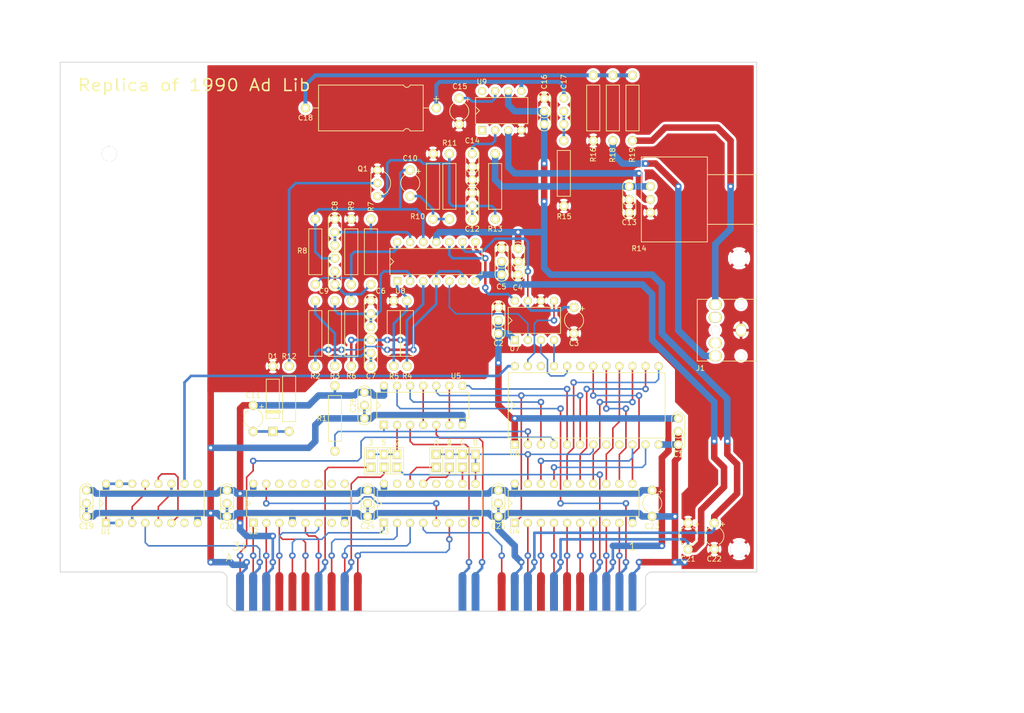
<source format=kicad_pcb>
(kicad_pcb (version 4) (host pcbnew 4.0.7)
  (layers (0 F.Cu signal) (31 B.Cu signal) (34 B.Paste user) (35 F.Paste user) (36 B.SilkS user) (37 F.SilkS user) (38 B.Mask user) (39 F.Mask user hide) (44 Edge.Cuts user))
  (net 0 "")
  (net 1 GND)
  (net 2 VCC)
  (net 3 /CV)
  (net 4 +12VA)
  (net 5 -12VA)
  (net 6 "Net-(C6-Pad2)")
  (net 7 "Net-(C7-Pad2)")
  (net 8 "Net-(C7-Pad1)")
  (net 9 "Net-(C8-Pad2)")
  (net 10 "Net-(C9-Pad2)")
  (net 11 "Net-(C10-Pad1)")
  (net 12 "Net-(C10-Pad2)")
  (net 13 "Net-(C11-Pad2)")
  (net 14 "Net-(C12-Pad2)")
  (net 15 "Net-(C13-Pad1)")
  (net 16 "Net-(C14-Pad1)")
  (net 17 "Net-(C15-Pad1)")
  (net 18 "Net-(C17-Pad2)")
  (net 19 "Net-(C17-Pad1)")
  (net 20 "Net-(C18-Pad2)")
  (net 21 /IRQ3)
  (net 22 "Net-(P1-Pad2)")
  (net 23 /IRQ5)
  (net 24 /IRQ2)
  (net 25 /0x218)
  (net 26 /0x388)
  (net 27 /0x288)
  (net 28 /0x318)
  (net 29 "Net-(Q1-Pad2)")
  (net 30 /~IRQ)
  (net 31 "Net-(R4-Pad1)")
  (net 32 "Net-(R8-Pad1)")
  (net 33 "Net-(R14-Pad2)")
  (net 34 "Net-(J1-Pad3)")
  (net 35 "Net-(J1-Pad2)")
  (net 36 /OSC_14M3)
  (net 37 "Net-(U1-Pad12)")
  (net 38 "Net-(U1-Pad7)")
  (net 39 "Net-(U1-Pad9)")
  (net 40 /MCLK)
  (net 41 /A1)
  (net 42 /A2)
  (net 43 /A5)
  (net 44 /A6)
  (net 45 /A3)
  (net 46 "Net-(U2-Pad7)")
  (net 47 "Net-(U2-Pad9)")
  (net 48 "Net-(U2-Pad10)")
  (net 49 "Net-(U2-Pad11)")
  (net 50 "Net-(U2-Pad12)")
  (net 51 "Net-(U2-Pad13)")
  (net 52 "Net-(U2-Pad14)")
  (net 53 "Net-(U2-Pad15)")
  (net 54 /A4)
  (net 55 /A7)
  (net 56 /A8)
  (net 57 /AEN)
  (net 58 /A9)
  (net 59 "Net-(U3-Pad7)")
  (net 60 "Net-(U3-Pad11)")
  (net 61 "Net-(U3-Pad12)")
  (net 62 "Net-(U3-Pad15)")
  (net 63 /~READ)
  (net 64 /D0)
  (net 65 /D1)
  (net 66 /D2)
  (net 67 /D3)
  (net 68 /D4)
  (net 69 /D5)
  (net 70 /D6)
  (net 71 /DB5)
  (net 72 /DB4)
  (net 73 /DB3)
  (net 74 /DB2)
  (net 75 /DB1)
  (net 76 /DB0)
  (net 77 /D7)
  (net 78 /DB7)
  (net 79 /DB6)
  (net 80 /~IOR)
  (net 81 "Net-(U5-Pad11)")
  (net 82 /~IOW)
  (net 83 "Net-(U5-Pad6)")
  (net 84 /~WRITE)
  (net 85 /~RESET)
  (net 86 /RESET)
  (net 87 /A0)
  (net 88 "Net-(U6-Pad20)")
  (net 89 "Net-(U6-Pad21)")
  (net 90 "Net-(U6-Pad23)")
  (net 91 "Net-(U7-Pad2)")
  (net 92 /MP)
  (net 93 "Net-(U9-Pad1)")
  (net 94 "Net-(U9-Pad8)")
  (net 95 "Net-(J1-Pad4)")
  (net 96 "Net-(J1-Pad5)")
  (net 97 "Net-(R2-Pad2)")
  (module adlib:JACK_CUI_SJ1-3553NG (layer F.Cu) (at 195.152 80.01 180)
    (fp_text reference J1 (at 2.874 -7.366 180) (layer F.SilkS))
    (fp_text value CONN_01X05)
    (pad 4 thru_hole oval (at 0 2.5 180) (size 2.54 2.032) (drill 1.8) (layers *.Cu *.Mask F.SilkS) (net 95 "Net-(J1-Pad4)"))
    (pad 5 thru_hole oval (at 0 -2.5 180) (size 2.54 2.032) (drill 1.8) (layers *.Cu *.Mask F.SilkS) (net 96 "Net-(J1-Pad5)"))
    (pad 3 thru_hole oval (at 0 -5 180) (size 2.54 2.032) (drill 1.8) (layers *.Cu *.Mask F.SilkS) (net 34 "Net-(J1-Pad3)"))
    (pad 2 thru_hole oval (at 0 5 180) (size 2.54 2.032) (drill 1.8) (layers *.Cu *.Mask F.SilkS) (net 35 "Net-(J1-Pad2)"))
    (pad 1 thru_hole oval (at -5 0 180) (size 2.032 2.54) (drill 1.8) (layers *.Cu *.Mask F.SilkS) (net 1 GND))
    (pad 0 thru_hole circle (at 0 0 180) (size 1.6002 1.6002) (drill 1.6002) (layers *.Cu *.Mask F.SilkS))
    (pad 0 thru_hole circle (at -5 5 180) (size 1.6 1.6) (drill 1.6) (layers *.Cu *.Mask F.SilkS))
    (pad 0 thru_hole circle (at -5 -5 180) (size 1.6 1.6) (drill 1.6) (layers *.Cu *.Mask F.SilkS))
  )
  (module adlib:DIP600_24N (layer F.Cu) (at 156.21 102.235)
    (fp_text reference U6 (at 0 1.651) (layer F.SilkS))
    (fp_text value YM3812)
    (pad 1 thru_hole rect (at 0 0) (size 1.5748 1.5748) (drill 0.889) (layers *.Cu *.Mask F.SilkS) (net 2 VCC))
    (pad 2 thru_hole circle (at 2.54 0) (size 1.5748 1.5748) (drill 0.889) (layers *.Cu *.Mask F.SilkS) (net 30 /~IRQ))
    (pad 3 thru_hole circle (at 5.08 0) (size 1.5748 1.5748) (drill 0.889) (layers *.Cu *.Mask F.SilkS) (net 85 /~RESET))
    (pad 4 thru_hole circle (at 7.62 0) (size 1.5748 1.5748) (drill 0.889) (layers *.Cu *.Mask F.SilkS) (net 87 /A0))
    (pad 5 thru_hole circle (at 10.16 0) (size 1.5748 1.5748) (drill 0.889) (layers *.Cu *.Mask F.SilkS) (net 84 /~WRITE))
    (pad 6 thru_hole circle (at 12.7 0) (size 1.5748 1.5748) (drill 0.889) (layers *.Cu *.Mask F.SilkS) (net 63 /~READ))
    (pad 7 thru_hole circle (at 15.24 0) (size 1.5748 1.5748) (drill 0.889) (layers *.Cu *.Mask F.SilkS) (net 26 /0x388))
    (pad 8 thru_hole circle (at 17.78 0) (size 1.5748 1.5748) (drill 0.889) (layers *.Cu *.Mask F.SilkS))
    (pad 13 thru_hole circle (at 27.94 -15.24) (size 1.5748 1.5748) (drill 0.889) (layers *.Cu *.Mask F.SilkS) (net 74 /DB2))
    (pad 14 thru_hole circle (at 25.4 -15.24) (size 1.5748 1.5748) (drill 0.889) (layers *.Cu *.Mask F.SilkS) (net 73 /DB3))
    (pad 15 thru_hole circle (at 22.86 -15.24) (size 1.5748 1.5748) (drill 0.889) (layers *.Cu *.Mask F.SilkS) (net 72 /DB4))
    (pad 16 thru_hole circle (at 20.32 -15.24) (size 1.5748 1.5748) (drill 0.889) (layers *.Cu *.Mask F.SilkS) (net 71 /DB5))
    (pad 17 thru_hole circle (at 17.78 -15.24) (size 1.5748 1.5748) (drill 0.889) (layers *.Cu *.Mask F.SilkS) (net 79 /DB6))
    (pad 18 thru_hole circle (at 15.24 -15.24) (size 1.5748 1.5748) (drill 0.889) (layers *.Cu *.Mask F.SilkS) (net 78 /DB7))
    (pad 19 thru_hole circle (at 12.7 -15.24) (size 1.5748 1.5748) (drill 0.889) (layers *.Cu *.Mask F.SilkS))
    (pad 20 thru_hole circle (at 10.16 -15.24) (size 1.5748 1.5748) (drill 0.889) (layers *.Cu *.Mask F.SilkS) (net 88 "Net-(U6-Pad20)"))
    (pad 9 thru_hole circle (at 20.32 0) (size 1.5748 1.5748) (drill 0.889) (layers *.Cu *.Mask F.SilkS))
    (pad 10 thru_hole circle (at 22.86 0) (size 1.5748 1.5748) (drill 0.889) (layers *.Cu *.Mask F.SilkS) (net 76 /DB0))
    (pad 11 thru_hole circle (at 25.4 0) (size 1.5748 1.5748) (drill 0.889) (layers *.Cu *.Mask F.SilkS) (net 75 /DB1))
    (pad 12 thru_hole circle (at 27.94 0) (size 1.5748 1.5748) (drill 0.889) (layers *.Cu *.Mask F.SilkS) (net 1 GND))
    (pad 21 thru_hole circle (at 7.62 -15.24) (size 1.5748 1.5748) (drill 0.889) (layers *.Cu *.Mask F.SilkS) (net 89 "Net-(U6-Pad21)"))
    (pad 22 thru_hole circle (at 5.08 -15.24) (size 1.5748 1.5748) (drill 0.889) (layers *.Cu *.Mask F.SilkS))
    (pad 23 thru_hole circle (at 2.54 -15.24) (size 1.5748 1.5748) (drill 0.889) (layers *.Cu *.Mask F.SilkS) (net 90 "Net-(U6-Pad23)"))
    (pad 24 thru_hole circle (at 0 -15.24) (size 1.5748 1.5748) (drill 0.889) (layers *.Cu *.Mask F.SilkS) (net 40 /MCLK))
  )
  (module adlib:CAP23 (layer F.Cu) (at 156.845 66.675 90)
    (fp_text reference C4 (at -5.08 -0.0635 180) (layer F.SilkS))
    (fp_text value 0.1uF)
    (pad 2 thru_hole circle (at 0 0 90) (size 1.778 1.778) (drill 1.016) (layers *.Cu *.Mask F.SilkS) (net 1 GND))
    (pad 1 thru_hole circle (at 2.54 0 90) (size 1.778 1.778) (drill 1.016) (layers *.Cu *.Mask F.SilkS) (net 4 +12VA))
    (pad 2 thru_hole circle (at -2.54 0 90) (size 1.778 1.778) (drill 1.016) (layers *.Cu *.Mask F.SilkS) (net 1 GND))
  )
  (module adlib:CAP23 (layer F.Cu) (at 153.67 66.675 90)
    (fp_text reference C5 (at -4.8895 -0.0635 180) (layer F.SilkS))
    (fp_text value 0.1uF)
    (pad 2 thru_hole circle (at 0 0 90) (size 1.778 1.778) (drill 1.016) (layers *.Cu *.Mask F.SilkS) (net 5 -12VA))
    (pad 1 thru_hole circle (at 2.54 0 90) (size 1.778 1.778) (drill 1.016) (layers *.Cu *.Mask F.SilkS) (net 1 GND))
    (pad 2 thru_hole circle (at -2.54 0 90) (size 1.778 1.778) (drill 1.016) (layers *.Cu *.Mask F.SilkS) (net 5 -12VA))
  )
  (module adlib:DIOA500 (layer F.Cu) (at 109.22 93.345 90)
    (fp_text reference D1 (at 8.255 0 180) (layer F.SilkS))
    (fp_text value D)
    (pad 1 thru_hole rect (at -6.35 0 90) (size 1.778 1.778) (drill 1.016) (layers *.Cu *.Mask F.SilkS) (net 13 "Net-(C11-Pad2)"))
    (pad 2 thru_hole circle (at 6.35 0 90) (size 1.778 1.778) (drill 1.016) (layers *.Cu *.Mask F.SilkS) (net 1 GND))
  )
  (module adlib:JMP3 (layer F.Cu) (at 130.81 105.41)
    (fp_text reference P1 hide)
    (fp_text value IRQ)
    (pad 1 thru_hole rect (at -2.54 1.27) (size 1.7272 1.7272) (drill 1.016) (layers *.Cu *.Mask F.SilkS) (net 21 /IRQ3))
    (pad 2 thru_hole rect (at -2.54 -1.27) (size 1.7272 1.7272) (drill 1.016) (layers *.Cu *.Mask F.SilkS) (net 22 "Net-(P1-Pad2)"))
    (pad 3 thru_hole rect (at 0 1.27) (size 1.7272 1.7272) (drill 1.016) (layers *.Cu *.Mask F.SilkS) (net 23 /IRQ5))
    (pad 4 thru_hole rect (at 0 -1.27) (size 1.7272 1.7272) (drill 1.016) (layers *.Cu *.Mask F.SilkS) (net 22 "Net-(P1-Pad2)"))
    (pad 5 thru_hole rect (at 2.54 1.27) (size 1.7272 1.7272) (drill 1.016) (layers *.Cu *.Mask F.SilkS) (net 24 /IRQ2))
    (pad 6 thru_hole rect (at 2.54 -1.27) (size 1.7272 1.7272) (drill 1.016) (layers *.Cu *.Mask F.SilkS) (net 22 "Net-(P1-Pad2)"))
  )
  (module adlib:JMP4 (layer F.Cu) (at 144.78 105.41)
    (fp_text reference P2 hide)
    (fp_text value ADDR)
    (pad 1 thru_hole rect (at -3.81 1.27) (size 1.7272 1.7272) (drill 1.016) (layers *.Cu *.Mask F.SilkS) (net 25 /0x218))
    (pad 2 thru_hole rect (at -3.81 -1.27) (size 1.7272 1.7272) (drill 1.016) (layers *.Cu *.Mask F.SilkS) (net 26 /0x388))
    (pad 3 thru_hole rect (at -1.27 1.27) (size 1.7272 1.7272) (drill 1.016) (layers *.Cu *.Mask F.SilkS) (net 27 /0x288))
    (pad 4 thru_hole rect (at -1.27 -1.27) (size 1.7272 1.7272) (drill 1.016) (layers *.Cu *.Mask F.SilkS) (net 26 /0x388))
    (pad 5 thru_hole rect (at 1.27 1.27) (size 1.7272 1.7272) (drill 1.016) (layers *.Cu *.Mask F.SilkS) (net 28 /0x318))
    (pad 6 thru_hole rect (at 1.27 -1.27) (size 1.7272 1.7272) (drill 1.016) (layers *.Cu *.Mask F.SilkS) (net 26 /0x388))
    (pad 7 thru_hole rect (at 3.81 1.27) (size 1.7272 1.7272) (drill 1.016) (layers *.Cu *.Mask F.SilkS) (net 26 /0x388))
    (pad 8 thru_hole rect (at 3.81 -1.27) (size 1.7272 1.7272) (drill 1.016) (layers *.Cu *.Mask F.SilkS) (net 26 /0x388))
  )
  (module adlib:TO92-IL (layer F.Cu) (at 129.54 48.895 180)
    (fp_text reference Q1 (at 2.8575 0.254 180) (layer F.SilkS))
    (fp_text value 2N3904)
    (pad 1 thru_hole circle (at 0 0 180) (size 1.5748 1.5748) (drill 0.889) (layers *.Cu *.Mask F.SilkS) (net 1 GND))
    (pad 2 thru_hole circle (at 0 -2.54 180) (size 1.5748 1.5748) (drill 0.889) (layers *.Cu *.Mask F.SilkS) (net 29 "Net-(Q1-Pad2)"))
    (pad 3 thru_hole circle (at 0 -5.08 180) (size 1.5748 1.5748) (drill 0.889) (layers *.Cu *.Mask F.SilkS) (net 14 "Net-(C12-Pad2)"))
  )
  (module adlib:RESA500 (layer F.Cu) (at 121.285 97.155 90)
    (fp_text reference R1 (at 0 -2.54 180) (layer F.SilkS))
    (fp_text value 8.2K)
    (pad 1 thru_hole circle (at 6.35 0 90) (size 1.778 1.778) (drill 1.016) (layers *.Cu *.Mask F.SilkS) (net 2 VCC))
    (pad 2 thru_hole circle (at -6.35 0 90) (size 1.778 1.778) (drill 1.016) (layers *.Cu *.Mask F.SilkS) (net 30 /~IRQ))
  )
  (module adlib:RESA500 (layer F.Cu) (at 117.475 80.645 90)
    (fp_text reference R2 (at -8.255 0 180) (layer F.SilkS))
    (fp_text value 2.2K)
    (pad 1 thru_hole circle (at 6.35 0 90) (size 1.778 1.778) (drill 1.016) (layers *.Cu *.Mask F.SilkS) (net 7 "Net-(C7-Pad2)"))
    (pad 2 thru_hole circle (at -6.35 0 90) (size 1.778 1.778) (drill 1.016) (layers *.Cu *.Mask F.SilkS) (net 97 "Net-(R2-Pad2)"))
  )
  (module adlib:RESA500 (layer F.Cu) (at 121.285 80.645 90)
    (fp_text reference R3 (at -8.255 0 180) (layer F.SilkS))
    (fp_text value 2.2K)
    (pad 1 thru_hole circle (at 6.35 0 90) (size 1.778 1.778) (drill 1.016) (layers *.Cu *.Mask F.SilkS) (net 6 "Net-(C6-Pad2)"))
    (pad 2 thru_hole circle (at -6.35 0 90) (size 1.778 1.778) (drill 1.016) (layers *.Cu *.Mask F.SilkS) (net 7 "Net-(C7-Pad2)"))
  )
  (module adlib:RESA500 (layer F.Cu) (at 135.255 80.645 90)
    (fp_text reference R4 (at -8.255 0.0635 180) (layer F.SilkS))
    (fp_text value 12K)
    (pad 1 thru_hole circle (at 6.35 0 90) (size 1.778 1.778) (drill 1.016) (layers *.Cu *.Mask F.SilkS) (net 31 "Net-(R4-Pad1)"))
    (pad 2 thru_hole circle (at -6.35 0 90) (size 1.778 1.778) (drill 1.016) (layers *.Cu *.Mask F.SilkS) (net 8 "Net-(C7-Pad1)"))
  )
  (module adlib:RESA500 (layer F.Cu) (at 132.715 80.645 90)
    (fp_text reference R5 (at -8.3185 0.0635 180) (layer F.SilkS))
    (fp_text value 10K)
    (pad 1 thru_hole circle (at 6.35 0 90) (size 1.778 1.778) (drill 1.016) (layers *.Cu *.Mask F.SilkS) (net 1 GND))
    (pad 2 thru_hole circle (at -6.35 0 90) (size 1.778 1.778) (drill 1.016) (layers *.Cu *.Mask F.SilkS) (net 31 "Net-(R4-Pad1)"))
  )
  (module adlib:RESA500 (layer F.Cu) (at 124.46 80.645 90)
    (fp_text reference R6 (at -8.255 0 180) (layer F.SilkS))
    (fp_text value 2.2K)
    (pad 1 thru_hole circle (at 6.35 0 90) (size 1.778 1.778) (drill 1.016) (layers *.Cu *.Mask F.SilkS) (net 10 "Net-(C9-Pad2)"))
    (pad 2 thru_hole circle (at -6.35 0 90) (size 1.778 1.778) (drill 1.016) (layers *.Cu *.Mask F.SilkS) (net 8 "Net-(C7-Pad1)"))
  )
  (module adlib:RESA500 (layer F.Cu) (at 128.27 64.77 90)
    (fp_text reference R7 (at 8.763 0 90) (layer F.SilkS))
    (fp_text value 2.2K)
    (pad 1 thru_hole circle (at 6.35 0 90) (size 1.778 1.778) (drill 1.016) (layers *.Cu *.Mask F.SilkS) (net 9 "Net-(C8-Pad2)"))
    (pad 2 thru_hole circle (at -6.35 0 90) (size 1.778 1.778) (drill 1.016) (layers *.Cu *.Mask F.SilkS) (net 10 "Net-(C9-Pad2)"))
  )
  (module adlib:RESA500 (layer F.Cu) (at 117.475 64.77 270)
    (fp_text reference R8 (at -0.1905 2.54 360) (layer F.SilkS))
    (fp_text value 1.5K)
    (pad 1 thru_hole circle (at 6.35 0 270) (size 1.778 1.778) (drill 1.016) (layers *.Cu *.Mask F.SilkS) (net 32 "Net-(R8-Pad1)"))
    (pad 2 thru_hole circle (at -6.35 0 270) (size 1.778 1.778) (drill 1.016) (layers *.Cu *.Mask F.SilkS) (net 11 "Net-(C10-Pad1)"))
  )
  (module adlib:RESA500 (layer F.Cu) (at 124.46 64.77 90)
    (fp_text reference R9 (at 8.89 0 90) (layer F.SilkS))
    (fp_text value 10K)
    (pad 1 thru_hole circle (at 6.35 0 90) (size 1.778 1.778) (drill 1.016) (layers *.Cu *.Mask F.SilkS) (net 1 GND))
    (pad 2 thru_hole circle (at -6.35 0 90) (size 1.778 1.778) (drill 1.016) (layers *.Cu *.Mask F.SilkS) (net 32 "Net-(R8-Pad1)"))
  )
  (module adlib:RESA500 (layer F.Cu) (at 140.335 52.07 90)
    (fp_text reference R10 (at -5.842 -2.9845 360) (layer F.SilkS))
    (fp_text value 10K)
    (pad 1 thru_hole circle (at 6.35 0 90) (size 1.778 1.778) (drill 1.016) (layers *.Cu *.Mask F.SilkS) (net 1 GND))
    (pad 2 thru_hole circle (at -6.35 0 90) (size 1.778 1.778) (drill 1.016) (layers *.Cu *.Mask F.SilkS) (net 12 "Net-(C10-Pad2)"))
  )
  (module adlib:RESA500 (layer F.Cu) (at 143.51 52.07 90)
    (fp_text reference R11 (at 8.4455 0.0635 180) (layer F.SilkS))
    (fp_text value 2.2K)
    (pad 1 thru_hole circle (at 6.35 0 90) (size 1.778 1.778) (drill 1.016) (layers *.Cu *.Mask F.SilkS) (net 14 "Net-(C12-Pad2)"))
    (pad 2 thru_hole circle (at -6.35 0 90) (size 1.778 1.778) (drill 1.016) (layers *.Cu *.Mask F.SilkS) (net 12 "Net-(C10-Pad2)"))
  )
  (module adlib:RESA500 (layer F.Cu) (at 112.395 93.345 90)
    (fp_text reference R12 (at 8.255 0 180) (layer F.SilkS))
    (fp_text value 2.2K)
    (pad 1 thru_hole circle (at 6.35 0 90) (size 1.778 1.778) (drill 1.016) (layers *.Cu *.Mask F.SilkS) (net 29 "Net-(Q1-Pad2)"))
    (pad 2 thru_hole circle (at -6.35 0 90) (size 1.778 1.778) (drill 1.016) (layers *.Cu *.Mask F.SilkS) (net 13 "Net-(C11-Pad2)"))
  )
  (module adlib:RESA500 (layer F.Cu) (at 152.4 52.07 90)
    (fp_text reference R13 (at -8.255 0 180) (layer F.SilkS))
    (fp_text value 8.2K)
    (pad 1 thru_hole circle (at 6.35 0 90) (size 1.778 1.778) (drill 1.016) (layers *.Cu *.Mask F.SilkS) (net 15 "Net-(C13-Pad1)"))
    (pad 2 thru_hole circle (at -6.35 0 90) (size 1.778 1.778) (drill 1.016) (layers *.Cu *.Mask F.SilkS) (net 14 "Net-(C12-Pad2)"))
  )
  (module adlib:RESV_BOURNS_91A1A (layer F.Cu) (at 182.5625 54.61)
    (fp_text reference R14 (at -2.2225 9.525) (layer F.SilkS))
    (fp_text value POT)
    (pad 1 thru_hole circle (at 0 2.54) (size 1.778 1.778) (drill 1.016) (layers *.Cu *.Mask F.SilkS) (net 1 GND))
    (pad 2 thru_hole circle (at 0 0) (size 1.778 1.778) (drill 1.016) (layers *.Cu *.Mask F.SilkS) (net 33 "Net-(R14-Pad2)"))
    (pad 3 thru_hole circle (at 0 -2.54) (size 1.778 1.778) (drill 1.016) (layers *.Cu *.Mask F.SilkS) (net 15 "Net-(C13-Pad1)"))
  )
  (module adlib:RESA500 (layer F.Cu) (at 165.735 49.53 90)
    (fp_text reference R15 (at -8.382 0.0635 360) (layer F.SilkS))
    (fp_text value 10)
    (pad 1 thru_hole circle (at 6.35 0 90) (size 1.778 1.778) (drill 1.016) (layers *.Cu *.Mask F.SilkS) (net 18 "Net-(C17-Pad2)"))
    (pad 2 thru_hole circle (at -6.35 0 90) (size 1.778 1.778) (drill 1.016) (layers *.Cu *.Mask F.SilkS) (net 1 GND))
  )
  (module adlib:RESA500 (layer F.Cu) (at 171.45 36.83 90)
    (fp_text reference R16 (at -9.0805 0 90) (layer F.SilkS))
    (fp_text value 10K)
    (pad 1 thru_hole circle (at 6.35 0 90) (size 1.778 1.778) (drill 1.016) (layers *.Cu *.Mask F.SilkS) (net 20 "Net-(C18-Pad2)"))
    (pad 2 thru_hole circle (at -6.35 0 90) (size 1.778 1.778) (drill 1.016) (layers *.Cu *.Mask F.SilkS) (net 1 GND))
  )
  (module adlib:RESA500 (layer F.Cu) (at 175.26 36.83 270)
    (fp_text reference R18 (at 9.144 0.0635 270) (layer F.SilkS))
    (fp_text value 10)
    (pad 1 thru_hole circle (at 6.35 0 270) (size 1.778 1.778) (drill 1.016) (layers *.Cu *.Mask F.SilkS) (net 34 "Net-(J1-Pad3)"))
    (pad 2 thru_hole circle (at -6.35 0 270) (size 1.778 1.778) (drill 1.016) (layers *.Cu *.Mask F.SilkS) (net 20 "Net-(C18-Pad2)"))
  )
  (module adlib:RESA500 (layer F.Cu) (at 179.07 36.83 270)
    (fp_text reference R19 (at 9.144 0.0635 270) (layer F.SilkS))
    (fp_text value 10)
    (pad 1 thru_hole circle (at 6.35 0 270) (size 1.778 1.778) (drill 1.016) (layers *.Cu *.Mask F.SilkS) (net 35 "Net-(J1-Pad2)"))
    (pad 2 thru_hole circle (at -6.35 0 270) (size 1.778 1.778) (drill 1.016) (layers *.Cu *.Mask F.SilkS) (net 20 "Net-(C18-Pad2)"))
  )
  (module adlib:DIP300_16N (layer F.Cu) (at 76.835 117.475)
    (fp_text reference U1 (at 0 1.651) (layer F.SilkS))
    (fp_text value 74LS109)
    (pad 1 thru_hole rect (at 0 0) (size 1.5748 1.5748) (drill 0.889) (layers *.Cu *.Mask F.SilkS) (net 2 VCC))
    (pad 2 thru_hole circle (at 2.54 0) (size 1.5748 1.5748) (drill 0.889) (layers *.Cu *.Mask F.SilkS) (net 2 VCC))
    (pad 3 thru_hole circle (at 5.08 0) (size 1.5748 1.5748) (drill 0.889) (layers *.Cu *.Mask F.SilkS) (net 1 GND))
    (pad 4 thru_hole circle (at 7.62 0) (size 1.5748 1.5748) (drill 0.889) (layers *.Cu *.Mask F.SilkS) (net 36 /OSC_14M3))
    (pad 5 thru_hole circle (at 10.16 0) (size 1.5748 1.5748) (drill 0.889) (layers *.Cu *.Mask F.SilkS) (net 2 VCC))
    (pad 6 thru_hole circle (at 12.7 0) (size 1.5748 1.5748) (drill 0.889) (layers *.Cu *.Mask F.SilkS) (net 37 "Net-(U1-Pad12)"))
    (pad 7 thru_hole circle (at 15.24 0) (size 1.5748 1.5748) (drill 0.889) (layers *.Cu *.Mask F.SilkS) (net 38 "Net-(U1-Pad7)"))
    (pad 8 thru_hole circle (at 17.78 0) (size 1.5748 1.5748) (drill 0.889) (layers *.Cu *.Mask F.SilkS) (net 1 GND))
    (pad 9 thru_hole circle (at 17.78 -7.62) (size 1.5748 1.5748) (drill 0.889) (layers *.Cu *.Mask F.SilkS) (net 39 "Net-(U1-Pad9)"))
    (pad 10 thru_hole circle (at 15.24 -7.62) (size 1.5748 1.5748) (drill 0.889) (layers *.Cu *.Mask F.SilkS) (net 40 /MCLK))
    (pad 11 thru_hole circle (at 12.7 -7.62) (size 1.5748 1.5748) (drill 0.889) (layers *.Cu *.Mask F.SilkS) (net 2 VCC))
    (pad 12 thru_hole circle (at 10.16 -7.62) (size 1.5748 1.5748) (drill 0.889) (layers *.Cu *.Mask F.SilkS) (net 37 "Net-(U1-Pad12)"))
    (pad 13 thru_hole circle (at 7.62 -7.62) (size 1.5748 1.5748) (drill 0.889) (layers *.Cu *.Mask F.SilkS) (net 1 GND))
    (pad 14 thru_hole circle (at 5.08 -7.62) (size 1.5748 1.5748) (drill 0.889) (layers *.Cu *.Mask F.SilkS) (net 2 VCC))
    (pad 15 thru_hole circle (at 2.54 -7.62) (size 1.5748 1.5748) (drill 0.889) (layers *.Cu *.Mask F.SilkS) (net 2 VCC))
    (pad 16 thru_hole circle (at 0 -7.62) (size 1.5748 1.5748) (drill 0.889) (layers *.Cu *.Mask F.SilkS) (net 2 VCC))
  )
  (module adlib:DIP300_16N (layer F.Cu) (at 105.41 117.475)
    (fp_text reference U2 (at 0 1.651) (layer F.SilkS))
    (fp_text value 74LS138)
    (pad 1 thru_hole rect (at 0 0) (size 1.5748 1.5748) (drill 0.889) (layers *.Cu *.Mask F.SilkS) (net 41 /A1))
    (pad 2 thru_hole circle (at 2.54 0) (size 1.5748 1.5748) (drill 0.889) (layers *.Cu *.Mask F.SilkS) (net 42 /A2))
    (pad 3 thru_hole circle (at 5.08 0) (size 1.5748 1.5748) (drill 0.889) (layers *.Cu *.Mask F.SilkS) (net 43 /A5))
    (pad 4 thru_hole circle (at 7.62 0) (size 1.5748 1.5748) (drill 0.889) (layers *.Cu *.Mask F.SilkS) (net 1 GND))
    (pad 5 thru_hole circle (at 10.16 0) (size 1.5748 1.5748) (drill 0.889) (layers *.Cu *.Mask F.SilkS) (net 44 /A6))
    (pad 6 thru_hole circle (at 12.7 0) (size 1.5748 1.5748) (drill 0.889) (layers *.Cu *.Mask F.SilkS) (net 45 /A3))
    (pad 7 thru_hole circle (at 15.24 0) (size 1.5748 1.5748) (drill 0.889) (layers *.Cu *.Mask F.SilkS) (net 46 "Net-(U2-Pad7)"))
    (pad 8 thru_hole circle (at 17.78 0) (size 1.5748 1.5748) (drill 0.889) (layers *.Cu *.Mask F.SilkS) (net 1 GND))
    (pad 9 thru_hole circle (at 17.78 -7.62) (size 1.5748 1.5748) (drill 0.889) (layers *.Cu *.Mask F.SilkS) (net 47 "Net-(U2-Pad9)"))
    (pad 10 thru_hole circle (at 15.24 -7.62) (size 1.5748 1.5748) (drill 0.889) (layers *.Cu *.Mask F.SilkS) (net 48 "Net-(U2-Pad10)"))
    (pad 11 thru_hole circle (at 12.7 -7.62) (size 1.5748 1.5748) (drill 0.889) (layers *.Cu *.Mask F.SilkS) (net 49 "Net-(U2-Pad11)"))
    (pad 12 thru_hole circle (at 10.16 -7.62) (size 1.5748 1.5748) (drill 0.889) (layers *.Cu *.Mask F.SilkS) (net 50 "Net-(U2-Pad12)"))
    (pad 13 thru_hole circle (at 7.62 -7.62) (size 1.5748 1.5748) (drill 0.889) (layers *.Cu *.Mask F.SilkS) (net 51 "Net-(U2-Pad13)"))
    (pad 14 thru_hole circle (at 5.08 -7.62) (size 1.5748 1.5748) (drill 0.889) (layers *.Cu *.Mask F.SilkS) (net 52 "Net-(U2-Pad14)"))
    (pad 15 thru_hole circle (at 2.54 -7.62) (size 1.5748 1.5748) (drill 0.889) (layers *.Cu *.Mask F.SilkS) (net 53 "Net-(U2-Pad15)"))
    (pad 16 thru_hole circle (at 0 -7.62) (size 1.5748 1.5748) (drill 0.889) (layers *.Cu *.Mask F.SilkS) (net 2 VCC))
  )
  (module adlib:DIP300_16N (layer F.Cu) (at 130.81 117.475)
    (fp_text reference U3 (at 0 1.651) (layer F.SilkS))
    (fp_text value 74LS138)
    (pad 1 thru_hole rect (at 0 0) (size 1.5748 1.5748) (drill 0.889) (layers *.Cu *.Mask F.SilkS) (net 54 /A4))
    (pad 2 thru_hole circle (at 2.54 0) (size 1.5748 1.5748) (drill 0.889) (layers *.Cu *.Mask F.SilkS) (net 55 /A7))
    (pad 3 thru_hole circle (at 5.08 0) (size 1.5748 1.5748) (drill 0.889) (layers *.Cu *.Mask F.SilkS) (net 56 /A8))
    (pad 4 thru_hole circle (at 7.62 0) (size 1.5748 1.5748) (drill 0.889) (layers *.Cu *.Mask F.SilkS) (net 57 /AEN))
    (pad 5 thru_hole circle (at 10.16 0) (size 1.5748 1.5748) (drill 0.889) (layers *.Cu *.Mask F.SilkS) (net 53 "Net-(U2-Pad15)"))
    (pad 6 thru_hole circle (at 12.7 0) (size 1.5748 1.5748) (drill 0.889) (layers *.Cu *.Mask F.SilkS) (net 58 /A9))
    (pad 7 thru_hole circle (at 15.24 0) (size 1.5748 1.5748) (drill 0.889) (layers *.Cu *.Mask F.SilkS) (net 59 "Net-(U3-Pad7)"))
    (pad 8 thru_hole circle (at 17.78 0) (size 1.5748 1.5748) (drill 0.889) (layers *.Cu *.Mask F.SilkS) (net 1 GND))
    (pad 9 thru_hole circle (at 17.78 -7.62) (size 1.5748 1.5748) (drill 0.889) (layers *.Cu *.Mask F.SilkS) (net 26 /0x388))
    (pad 10 thru_hole circle (at 15.24 -7.62) (size 1.5748 1.5748) (drill 0.889) (layers *.Cu *.Mask F.SilkS) (net 28 /0x318))
    (pad 11 thru_hole circle (at 12.7 -7.62) (size 1.5748 1.5748) (drill 0.889) (layers *.Cu *.Mask F.SilkS) (net 60 "Net-(U3-Pad11)"))
    (pad 12 thru_hole circle (at 10.16 -7.62) (size 1.5748 1.5748) (drill 0.889) (layers *.Cu *.Mask F.SilkS) (net 61 "Net-(U3-Pad12)"))
    (pad 13 thru_hole circle (at 7.62 -7.62) (size 1.5748 1.5748) (drill 0.889) (layers *.Cu *.Mask F.SilkS) (net 27 /0x288))
    (pad 14 thru_hole circle (at 5.08 -7.62) (size 1.5748 1.5748) (drill 0.889) (layers *.Cu *.Mask F.SilkS) (net 25 /0x218))
    (pad 15 thru_hole circle (at 2.54 -7.62) (size 1.5748 1.5748) (drill 0.889) (layers *.Cu *.Mask F.SilkS) (net 62 "Net-(U3-Pad15)"))
    (pad 16 thru_hole circle (at 0 -7.62) (size 1.5748 1.5748) (drill 0.889) (layers *.Cu *.Mask F.SilkS) (net 2 VCC))
  )
  (module adlib:DIP300_20N (layer F.Cu) (at 156.21 117.475)
    (fp_text reference U4 (at 0 1.651) (layer F.SilkS))
    (fp_text value 74LS245)
    (pad 1 thru_hole rect (at 0 0) (size 1.5748 1.5748) (drill 0.889) (layers *.Cu *.Mask F.SilkS) (net 63 /~READ))
    (pad 2 thru_hole circle (at 2.54 0) (size 1.5748 1.5748) (drill 0.889) (layers *.Cu *.Mask F.SilkS) (net 64 /D0))
    (pad 3 thru_hole circle (at 5.08 0) (size 1.5748 1.5748) (drill 0.889) (layers *.Cu *.Mask F.SilkS) (net 65 /D1))
    (pad 4 thru_hole circle (at 7.62 0) (size 1.5748 1.5748) (drill 0.889) (layers *.Cu *.Mask F.SilkS) (net 66 /D2))
    (pad 5 thru_hole circle (at 10.16 0) (size 1.5748 1.5748) (drill 0.889) (layers *.Cu *.Mask F.SilkS) (net 67 /D3))
    (pad 6 thru_hole circle (at 12.7 0) (size 1.5748 1.5748) (drill 0.889) (layers *.Cu *.Mask F.SilkS) (net 68 /D4))
    (pad 7 thru_hole circle (at 15.24 0) (size 1.5748 1.5748) (drill 0.889) (layers *.Cu *.Mask F.SilkS) (net 69 /D5))
    (pad 8 thru_hole circle (at 17.78 0) (size 1.5748 1.5748) (drill 0.889) (layers *.Cu *.Mask F.SilkS) (net 70 /D6))
    (pad 13 thru_hole circle (at 17.78 -7.62) (size 1.5748 1.5748) (drill 0.889) (layers *.Cu *.Mask F.SilkS) (net 71 /DB5))
    (pad 14 thru_hole circle (at 15.24 -7.62) (size 1.5748 1.5748) (drill 0.889) (layers *.Cu *.Mask F.SilkS) (net 72 /DB4))
    (pad 15 thru_hole circle (at 12.7 -7.62) (size 1.5748 1.5748) (drill 0.889) (layers *.Cu *.Mask F.SilkS) (net 73 /DB3))
    (pad 16 thru_hole circle (at 10.16 -7.62) (size 1.5748 1.5748) (drill 0.889) (layers *.Cu *.Mask F.SilkS) (net 74 /DB2))
    (pad 17 thru_hole circle (at 7.62 -7.62) (size 1.5748 1.5748) (drill 0.889) (layers *.Cu *.Mask F.SilkS) (net 75 /DB1))
    (pad 18 thru_hole circle (at 5.08 -7.62) (size 1.5748 1.5748) (drill 0.889) (layers *.Cu *.Mask F.SilkS) (net 76 /DB0))
    (pad 19 thru_hole circle (at 2.54 -7.62) (size 1.5748 1.5748) (drill 0.889) (layers *.Cu *.Mask F.SilkS) (net 26 /0x388))
    (pad 20 thru_hole circle (at 0 -7.62) (size 1.5748 1.5748) (drill 0.889) (layers *.Cu *.Mask F.SilkS) (net 2 VCC))
    (pad 9 thru_hole circle (at 20.32 0) (size 1.5748 1.5748) (drill 0.889) (layers *.Cu *.Mask F.SilkS) (net 77 /D7))
    (pad 10 thru_hole circle (at 22.86 0) (size 1.5748 1.5748) (drill 0.889) (layers *.Cu *.Mask F.SilkS) (net 1 GND))
    (pad 11 thru_hole circle (at 22.86 -7.62) (size 1.5748 1.5748) (drill 0.889) (layers *.Cu *.Mask F.SilkS) (net 78 /DB7))
    (pad 12 thru_hole circle (at 20.32 -7.62) (size 1.5748 1.5748) (drill 0.889) (layers *.Cu *.Mask F.SilkS) (net 79 /DB6))
  )
  (module adlib:DIP300_14N (layer F.Cu) (at 130.81 98.425)
    (fp_text reference U5 (at 13.97 -9.525) (layer F.SilkS))
    (fp_text value 74LS04)
    (pad 1 thru_hole rect (at 0 0) (size 1.5748 1.5748) (drill 0.889) (layers *.Cu *.Mask F.SilkS) (net 30 /~IRQ))
    (pad 2 thru_hole circle (at 2.54 0) (size 1.5748 1.5748) (drill 0.889) (layers *.Cu *.Mask F.SilkS) (net 22 "Net-(P1-Pad2)"))
    (pad 3 thru_hole circle (at 5.08 0) (size 1.5748 1.5748) (drill 0.889) (layers *.Cu *.Mask F.SilkS) (net 80 /~IOR))
    (pad 4 thru_hole circle (at 7.62 0) (size 1.5748 1.5748) (drill 0.889) (layers *.Cu *.Mask F.SilkS) (net 81 "Net-(U5-Pad11)"))
    (pad 5 thru_hole circle (at 10.16 0) (size 1.5748 1.5748) (drill 0.889) (layers *.Cu *.Mask F.SilkS) (net 82 /~IOW))
    (pad 6 thru_hole circle (at 12.7 0) (size 1.5748 1.5748) (drill 0.889) (layers *.Cu *.Mask F.SilkS) (net 83 "Net-(U5-Pad6)"))
    (pad 7 thru_hole circle (at 15.24 0) (size 1.5748 1.5748) (drill 0.889) (layers *.Cu *.Mask F.SilkS) (net 1 GND))
    (pad 8 thru_hole circle (at 15.24 -7.62) (size 1.5748 1.5748) (drill 0.889) (layers *.Cu *.Mask F.SilkS) (net 84 /~WRITE))
    (pad 9 thru_hole circle (at 12.7 -7.62) (size 1.5748 1.5748) (drill 0.889) (layers *.Cu *.Mask F.SilkS) (net 83 "Net-(U5-Pad6)"))
    (pad 10 thru_hole circle (at 10.16 -7.62) (size 1.5748 1.5748) (drill 0.889) (layers *.Cu *.Mask F.SilkS) (net 63 /~READ))
    (pad 11 thru_hole circle (at 7.62 -7.62) (size 1.5748 1.5748) (drill 0.889) (layers *.Cu *.Mask F.SilkS) (net 81 "Net-(U5-Pad11)"))
    (pad 12 thru_hole circle (at 5.08 -7.62) (size 1.5748 1.5748) (drill 0.889) (layers *.Cu *.Mask F.SilkS) (net 85 /~RESET))
    (pad 13 thru_hole circle (at 2.54 -7.62) (size 1.5748 1.5748) (drill 0.889) (layers *.Cu *.Mask F.SilkS) (net 86 /RESET))
    (pad 14 thru_hole circle (at 0 -7.62) (size 1.5748 1.5748) (drill 0.889) (layers *.Cu *.Mask F.SilkS) (net 2 VCC))
  )
  (module adlib:DIP300_8N (layer F.Cu) (at 156.21 81.915)
    (fp_text reference U7 (at 0 1.651) (layer F.SilkS))
    (fp_text value YM3014B)
    (pad 1 thru_hole rect (at 0 0) (size 1.5748 1.5748) (drill 0.889) (layers *.Cu *.Mask F.SilkS) (net 2 VCC))
    (pad 2 thru_hole circle (at 2.54 0) (size 1.5748 1.5748) (drill 0.889) (layers *.Cu *.Mask F.SilkS) (net 91 "Net-(U7-Pad2)"))
    (pad 3 thru_hole circle (at 5.08 0) (size 1.5748 1.5748) (drill 0.889) (layers *.Cu *.Mask F.SilkS) (net 88 "Net-(U6-Pad20)"))
    (pad 4 thru_hole circle (at 7.62 0) (size 1.5748 1.5748) (drill 0.889) (layers *.Cu *.Mask F.SilkS) (net 89 "Net-(U6-Pad21)"))
    (pad 5 thru_hole circle (at 7.62 -7.62) (size 1.5748 1.5748) (drill 0.889) (layers *.Cu *.Mask F.SilkS) (net 90 "Net-(U6-Pad23)"))
    (pad 6 thru_hole circle (at 5.08 -7.62) (size 1.5748 1.5748) (drill 0.889) (layers *.Cu *.Mask F.SilkS) (net 1 GND))
    (pad 7 thru_hole circle (at 2.54 -7.62) (size 1.5748 1.5748) (drill 0.889) (layers *.Cu *.Mask F.SilkS) (net 3 /CV))
    (pad 8 thru_hole circle (at 0 -7.62) (size 1.5748 1.5748) (drill 0.889) (layers *.Cu *.Mask F.SilkS) (net 92 /MP))
  )
  (module adlib:DIP300_14N (layer F.Cu) (at 133.35 70.485)
    (fp_text reference U8 (at 0.635 1.905) (layer F.SilkS))
    (fp_text value RC4136)
    (pad 1 thru_hole rect (at 0 0) (size 1.5748 1.5748) (drill 0.889) (layers *.Cu *.Mask F.SilkS) (net 31 "Net-(R4-Pad1)"))
    (pad 2 thru_hole circle (at 2.54 0) (size 1.5748 1.5748) (drill 0.889) (layers *.Cu *.Mask F.SilkS) (net 6 "Net-(C6-Pad2)"))
    (pad 3 thru_hole circle (at 5.08 0) (size 1.5748 1.5748) (drill 0.889) (layers *.Cu *.Mask F.SilkS) (net 8 "Net-(C7-Pad1)"))
    (pad 4 thru_hole circle (at 7.62 0) (size 1.5748 1.5748) (drill 0.889) (layers *.Cu *.Mask F.SilkS) (net 97 "Net-(R2-Pad2)"))
    (pad 5 thru_hole circle (at 10.16 0) (size 1.5748 1.5748) (drill 0.889) (layers *.Cu *.Mask F.SilkS) (net 91 "Net-(U7-Pad2)"))
    (pad 6 thru_hole circle (at 12.7 0) (size 1.5748 1.5748) (drill 0.889) (layers *.Cu *.Mask F.SilkS) (net 97 "Net-(R2-Pad2)"))
    (pad 7 thru_hole circle (at 15.24 0) (size 1.5748 1.5748) (drill 0.889) (layers *.Cu *.Mask F.SilkS) (net 5 -12VA))
    (pad 8 thru_hole circle (at 15.24 -7.62) (size 1.5748 1.5748) (drill 0.889) (layers *.Cu *.Mask F.SilkS) (net 92 /MP))
    (pad 9 thru_hole circle (at 12.7 -7.62) (size 1.5748 1.5748) (drill 0.889) (layers *.Cu *.Mask F.SilkS) (net 3 /CV))
    (pad 10 thru_hole circle (at 10.16 -7.62) (size 1.5748 1.5748) (drill 0.889) (layers *.Cu *.Mask F.SilkS) (net 92 /MP))
    (pad 11 thru_hole circle (at 7.62 -7.62) (size 1.5748 1.5748) (drill 0.889) (layers *.Cu *.Mask F.SilkS) (net 4 +12VA))
    (pad 12 thru_hole circle (at 5.08 -7.62) (size 1.5748 1.5748) (drill 0.889) (layers *.Cu *.Mask F.SilkS) (net 11 "Net-(C10-Pad1)"))
    (pad 13 thru_hole circle (at 2.54 -7.62) (size 1.5748 1.5748) (drill 0.889) (layers *.Cu *.Mask F.SilkS) (net 9 "Net-(C8-Pad2)"))
    (pad 14 thru_hole circle (at 0 -7.62) (size 1.5748 1.5748) (drill 0.889) (layers *.Cu *.Mask F.SilkS) (net 32 "Net-(R8-Pad1)"))
  )
  (module adlib:DIP300_8N (layer F.Cu) (at 149.86 41.148)
    (fp_text reference U9 (at -0.0635 -9.398) (layer F.SilkS))
    (fp_text value LM386N)
    (pad 1 thru_hole rect (at 0 0) (size 1.5748 1.5748) (drill 0.889) (layers *.Cu *.Mask F.SilkS) (net 93 "Net-(U9-Pad1)"))
    (pad 2 thru_hole circle (at 2.54 0) (size 1.5748 1.5748) (drill 0.889) (layers *.Cu *.Mask F.SilkS) (net 16 "Net-(C14-Pad1)"))
    (pad 3 thru_hole circle (at 5.08 0) (size 1.5748 1.5748) (drill 0.889) (layers *.Cu *.Mask F.SilkS) (net 33 "Net-(R14-Pad2)"))
    (pad 4 thru_hole circle (at 7.62 0) (size 1.5748 1.5748) (drill 0.889) (layers *.Cu *.Mask F.SilkS) (net 1 GND))
    (pad 5 thru_hole circle (at 7.62 -7.62) (size 1.5748 1.5748) (drill 0.889) (layers *.Cu *.Mask F.SilkS) (net 19 "Net-(C17-Pad1)"))
    (pad 6 thru_hole circle (at 5.08 -7.62) (size 1.5748 1.5748) (drill 0.889) (layers *.Cu *.Mask F.SilkS) (net 4 +12VA))
    (pad 7 thru_hole circle (at 2.54 -7.62) (size 1.5748 1.5748) (drill 0.889) (layers *.Cu *.Mask F.SilkS) (net 17 "Net-(C15-Pad1)"))
    (pad 8 thru_hole circle (at 0 -7.62) (size 1.5748 1.5748) (drill 0.889) (layers *.Cu *.Mask F.SilkS) (net 94 "Net-(U9-Pad8)"))
  )
  (module adlib:CAPA1000 (layer F.Cu) (at 140.97 36.83 180)
    (fp_text reference C18 (at 25.4 -1.905 180) (layer F.SilkS))
    (fp_text value 10uF)
    (pad 1 thru_hole circle (at 0 0 180) (size 1.778 1.778) (drill 1.016) (layers *.Cu *.Mask F.SilkS) (net 19 "Net-(C17-Pad1)"))
    (pad 2 thru_hole circle (at 25.4 0 180) (size 1.778 1.778) (drill 1.016) (layers *.Cu *.Mask F.SilkS) (net 20 "Net-(C18-Pad2)"))
  )
  (module adlib:CAP23 (layer F.Cu) (at 127.635 113.665 90)
    (fp_text reference C24 (at -4.445 0 180) (layer F.SilkS))
    (fp_text value 0.1uF)
    (pad 2 thru_hole circle (at 0 0 90) (size 1.7018 1.7018) (drill 1.016) (layers *.Cu *.Mask F.SilkS) (net 1 GND))
    (pad 1 thru_hole circle (at 2.54 0 90) (size 1.7018 1.7018) (drill 1.016) (layers *.Cu *.Mask F.SilkS) (net 2 VCC))
    (pad 2 thru_hole circle (at -2.54 0 90) (size 1.7018 1.7018) (drill 1.016) (layers *.Cu *.Mask F.SilkS) (net 1 GND))
  )
  (module adlib:CAP23 (layer F.Cu) (at 153.035 78.105 90)
    (fp_text reference C2 (at -4.445 0 180) (layer F.SilkS))
    (fp_text value 0.1uF)
    (pad 2 thru_hole circle (at 0 0 90) (size 1.7018 1.7018) (drill 1.016) (layers *.Cu *.Mask F.SilkS) (net 2 VCC))
    (pad 1 thru_hole circle (at 2.54 0 90) (size 1.7018 1.7018) (drill 1.016) (layers *.Cu *.Mask F.SilkS) (net 1 GND))
    (pad 2 thru_hole circle (at -2.54 0 90) (size 1.7018 1.7018) (drill 1.016) (layers *.Cu *.Mask F.SilkS) (net 2 VCC))
  )
  (module adlib:CAP23 (layer F.Cu) (at 153.035 113.665 90)
    (fp_text reference C25 (at -4.445 0 180) (layer F.SilkS))
    (fp_text value 0.1uF)
    (pad 2 thru_hole circle (at 0 0 90) (size 1.7018 1.7018) (drill 1.016) (layers *.Cu *.Mask F.SilkS) (net 1 GND))
    (pad 1 thru_hole circle (at 2.54 0 90) (size 1.7018 1.7018) (drill 1.016) (layers *.Cu *.Mask F.SilkS) (net 2 VCC))
    (pad 2 thru_hole circle (at -2.54 0 90) (size 1.7018 1.7018) (drill 1.016) (layers *.Cu *.Mask F.SilkS) (net 1 GND))
  )
  (module adlib:CAP23 (layer F.Cu) (at 100.33 113.665 90)
    (fp_text reference C20 (at -4.445 0 180) (layer F.SilkS))
    (fp_text value 0.1uF)
    (pad 2 thru_hole circle (at 0 0 90) (size 1.7018 1.7018) (drill 1.016) (layers *.Cu *.Mask F.SilkS) (net 1 GND))
    (pad 1 thru_hole circle (at 2.54 0 90) (size 1.7018 1.7018) (drill 1.016) (layers *.Cu *.Mask F.SilkS) (net 2 VCC))
    (pad 2 thru_hole circle (at -2.54 0 90) (size 1.7018 1.7018) (drill 1.016) (layers *.Cu *.Mask F.SilkS) (net 1 GND))
  )
  (module adlib:CAP23 (layer F.Cu) (at 73.025 113.665 90)
    (fp_text reference C19 (at -4.445 0 180) (layer F.SilkS))
    (fp_text value 0.1uF)
    (pad 2 thru_hole circle (at 0 0 90) (size 1.7018 1.7018) (drill 1.016) (layers *.Cu *.Mask F.SilkS) (net 1 GND))
    (pad 1 thru_hole circle (at 2.54 0 90) (size 1.7018 1.7018) (drill 1.016) (layers *.Cu *.Mask F.SilkS) (net 2 VCC))
    (pad 2 thru_hole circle (at -2.54 0 90) (size 1.7018 1.7018) (drill 1.016) (layers *.Cu *.Mask F.SilkS) (net 1 GND))
  )
  (module adlib:CAP23 (layer F.Cu) (at 127 94.615 90)
    (fp_text reference C26 (at 0 -2.159 90) (layer F.SilkS))
    (fp_text value 0.1uF)
    (pad 2 thru_hole circle (at 0 0 90) (size 1.7018 1.7018) (drill 1.016) (layers *.Cu *.Mask F.SilkS) (net 1 GND))
    (pad 1 thru_hole circle (at 2.54 0 90) (size 1.7018 1.7018) (drill 1.016) (layers *.Cu *.Mask F.SilkS) (net 2 VCC))
    (pad 2 thru_hole circle (at -2.54 0 90) (size 1.7018 1.7018) (drill 1.016) (layers *.Cu *.Mask F.SilkS) (net 1 GND))
  )
  (module adlib:CAP23 (layer F.Cu) (at 187.96 99.695 90)
    (fp_text reference C1 (at -4.445 0 180) (layer F.SilkS))
    (fp_text value 0.1uF)
    (pad 2 thru_hole circle (at 0 0 90) (size 1.7018 1.7018) (drill 1.016) (layers *.Cu *.Mask F.SilkS) (net 1 GND))
    (pad 1 thru_hole circle (at 2.54 0 90) (size 1.7018 1.7018) (drill 1.016) (layers *.Cu *.Mask F.SilkS) (net 2 VCC))
    (pad 2 thru_hole circle (at -2.54 0 90) (size 1.7018 1.7018) (drill 1.016) (layers *.Cu *.Mask F.SilkS) (net 1 GND))
  )
  (module adlib:CAP23 (layer F.Cu) (at 128.27 84.455 90)
    (fp_text reference C7 (at -4.445 0 180) (layer F.SilkS))
    (fp_text value 4700pF)
    (pad 2 thru_hole circle (at 0 0 90) (size 1.7018 1.7018) (drill 1.016) (layers *.Cu *.Mask F.SilkS) (net 7 "Net-(C7-Pad2)"))
    (pad 1 thru_hole circle (at 2.54 0 90) (size 1.7018 1.7018) (drill 1.016) (layers *.Cu *.Mask F.SilkS) (net 8 "Net-(C7-Pad1)"))
    (pad 2 thru_hole circle (at -2.54 0 90) (size 1.7018 1.7018) (drill 1.016) (layers *.Cu *.Mask F.SilkS) (net 7 "Net-(C7-Pad2)"))
  )
  (module adlib:CAP23 (layer F.Cu) (at 128.27 76.835 90)
    (fp_text reference C6 (at 4.445 1.905 180) (layer F.SilkS))
    (fp_text value 4700pF)
    (pad 2 thru_hole circle (at 0 0 90) (size 1.7018 1.7018) (drill 1.016) (layers *.Cu *.Mask F.SilkS) (net 6 "Net-(C6-Pad2)"))
    (pad 1 thru_hole circle (at 2.54 0 90) (size 1.7018 1.7018) (drill 1.016) (layers *.Cu *.Mask F.SilkS) (net 1 GND))
    (pad 2 thru_hole circle (at -2.54 0 90) (size 1.7018 1.7018) (drill 1.016) (layers *.Cu *.Mask F.SilkS) (net 6 "Net-(C6-Pad2)"))
  )
  (module adlib:CAP23 (layer F.Cu) (at 121.285 68.58 90)
    (fp_text reference C9 (at -3.81 -2.159 180) (layer F.SilkS))
    (fp_text value 4700pF)
    (pad 2 thru_hole circle (at 0 0 90) (size 1.7018 1.7018) (drill 1.016) (layers *.Cu *.Mask F.SilkS) (net 10 "Net-(C9-Pad2)"))
    (pad 1 thru_hole circle (at 2.54 0 90) (size 1.7018 1.7018) (drill 1.016) (layers *.Cu *.Mask F.SilkS) (net 11 "Net-(C10-Pad1)"))
    (pad 2 thru_hole circle (at -2.54 0 90) (size 1.7018 1.7018) (drill 1.016) (layers *.Cu *.Mask F.SilkS) (net 10 "Net-(C9-Pad2)"))
  )
  (module adlib:CAP23 (layer F.Cu) (at 121.285 60.96 90)
    (fp_text reference C8 (at 5.08 0 90) (layer F.SilkS))
    (fp_text value 4700pF)
    (pad 2 thru_hole circle (at 0 0 90) (size 1.7018 1.7018) (drill 1.016) (layers *.Cu *.Mask F.SilkS) (net 9 "Net-(C8-Pad2)"))
    (pad 1 thru_hole circle (at 2.54 0 90) (size 1.7018 1.7018) (drill 1.016) (layers *.Cu *.Mask F.SilkS) (net 1 GND))
    (pad 2 thru_hole circle (at -2.54 0 90) (size 1.7018 1.7018) (drill 1.016) (layers *.Cu *.Mask F.SilkS) (net 9 "Net-(C8-Pad2)"))
  )
  (module adlib:CAP23 (layer F.Cu) (at 147.955 55.88 90)
    (fp_text reference C12 (at -4.445 0 180) (layer F.SilkS))
    (fp_text value 1000pF)
    (pad 2 thru_hole circle (at 0 0 90) (size 1.7018 1.7018) (drill 1.016) (layers *.Cu *.Mask F.SilkS) (net 14 "Net-(C12-Pad2)"))
    (pad 1 thru_hole circle (at 2.54 0 90) (size 1.7018 1.7018) (drill 1.016) (layers *.Cu *.Mask F.SilkS) (net 1 GND))
    (pad 2 thru_hole circle (at -2.54 0 90) (size 1.7018 1.7018) (drill 1.016) (layers *.Cu *.Mask F.SilkS) (net 14 "Net-(C12-Pad2)"))
  )
  (module adlib:CAP23 (layer F.Cu) (at 147.955 48.26 90)
    (fp_text reference C14 (at 5.08 0 180) (layer F.SilkS))
    (fp_text value 0.1uF)
    (pad 2 thru_hole circle (at 0 0 90) (size 1.7018 1.7018) (drill 1.016) (layers *.Cu *.Mask F.SilkS) (net 1 GND))
    (pad 1 thru_hole circle (at 2.54 0 90) (size 1.7018 1.7018) (drill 1.016) (layers *.Cu *.Mask F.SilkS) (net 16 "Net-(C14-Pad1)"))
    (pad 2 thru_hole circle (at -2.54 0 90) (size 1.7018 1.7018) (drill 1.016) (layers *.Cu *.Mask F.SilkS) (net 1 GND))
  )
  (module adlib:CAP23 (layer F.Cu) (at 161.925 37.465 90)
    (fp_text reference C16 (at 5.715 0 90) (layer F.SilkS))
    (fp_text value 0.1uF)
    (pad 2 thru_hole circle (at 0 0 90) (size 1.7018 1.7018) (drill 1.016) (layers *.Cu *.Mask F.SilkS) (net 4 +12VA))
    (pad 1 thru_hole circle (at 2.54 0 90) (size 1.7018 1.7018) (drill 1.016) (layers *.Cu *.Mask F.SilkS) (net 1 GND))
    (pad 2 thru_hole circle (at -2.54 0 90) (size 1.7018 1.7018) (drill 1.016) (layers *.Cu *.Mask F.SilkS) (net 4 +12VA))
  )
  (module adlib:CAP23 (layer F.Cu) (at 165.735 37.465 90)
    (fp_text reference C17 (at 5.715 0 90) (layer F.SilkS))
    (fp_text value 0.047uF)
    (pad 2 thru_hole circle (at 0 0 90) (size 1.7018 1.7018) (drill 1.016) (layers *.Cu *.Mask F.SilkS) (net 18 "Net-(C17-Pad2)"))
    (pad 1 thru_hole circle (at 2.54 0 90) (size 1.7018 1.7018) (drill 1.016) (layers *.Cu *.Mask F.SilkS) (net 19 "Net-(C17-Pad1)"))
    (pad 2 thru_hole circle (at -2.54 0 90) (size 1.7018 1.7018) (drill 1.016) (layers *.Cu *.Mask F.SilkS) (net 18 "Net-(C17-Pad2)"))
  )
  (module adlib:CAP23 (layer F.Cu) (at 178.435 54.61 90)
    (fp_text reference C13 (at -4.445 0 180) (layer F.SilkS))
    (fp_text value 270pF)
    (pad 2 thru_hole circle (at 0 0 90) (size 1.7018 1.7018) (drill 1.016) (layers *.Cu *.Mask F.SilkS) (net 1 GND))
    (pad 1 thru_hole circle (at 2.54 0 90) (size 1.7018 1.7018) (drill 1.016) (layers *.Cu *.Mask F.SilkS) (net 15 "Net-(C13-Pad1)"))
    (pad 2 thru_hole circle (at -2.54 0 90) (size 1.7018 1.7018) (drill 1.016) (layers *.Cu *.Mask F.SilkS) (net 1 GND))
  )
  (module adlib:CAPAP200 (layer F.Cu) (at 182.88 111.125 270)
    (fp_text reference C23 (at 6.985 0 360) (layer F.SilkS))
    (fp_text value 10uF)
    (pad 1 thru_hole circle (at 0 0 270) (size 1.778 1.778) (drill 1.016) (layers *.Cu *.Mask F.SilkS) (net 2 VCC))
    (pad 2 thru_hole circle (at 5.08 0 270) (size 1.778 1.778) (drill 1.016) (layers *.Cu *.Mask F.SilkS) (net 1 GND))
  )
  (module adlib:CAPAP200 (layer F.Cu) (at 189.865 117.475 270)
    (fp_text reference C21 (at 6.985 0 360) (layer F.SilkS))
    (fp_text value 10uF)
    (pad 1 thru_hole circle (at 0 0 270) (size 1.778 1.778) (drill 1.016) (layers *.Cu *.Mask F.SilkS) (net 1 GND))
    (pad 2 thru_hole circle (at 5.08 0 270) (size 1.778 1.778) (drill 1.016) (layers *.Cu *.Mask F.SilkS) (net 5 -12VA))
  )
  (module adlib:CAPAP200 (layer F.Cu) (at 194.945 117.475 270)
    (fp_text reference C22 (at 6.985 0 360) (layer F.SilkS))
    (fp_text value 10uF)
    (pad 1 thru_hole circle (at 0 0 270) (size 1.778 1.778) (drill 1.016) (layers *.Cu *.Mask F.SilkS) (net 4 +12VA))
    (pad 2 thru_hole circle (at 5.08 0 270) (size 1.778 1.778) (drill 1.016) (layers *.Cu *.Mask F.SilkS) (net 1 GND))
  )
  (module adlib:CAPAP200 (layer F.Cu) (at 105.41 94.615 270)
    (fp_text reference C11 (at -1.905 0 360) (layer F.SilkS))
    (fp_text value 10uF)
    (pad 1 thru_hole circle (at 0 0 270) (size 1.778 1.778) (drill 1.016) (layers *.Cu *.Mask F.SilkS) (net 2 VCC))
    (pad 2 thru_hole circle (at 5.08 0 270) (size 1.778 1.778) (drill 1.016) (layers *.Cu *.Mask F.SilkS) (net 13 "Net-(C11-Pad2)"))
  )
  (module adlib:CAPAP200 (layer F.Cu) (at 167.7035 75.565 270)
    (fp_text reference C3 (at 6.985 0 360) (layer F.SilkS))
    (fp_text value 10uF)
    (pad 1 thru_hole circle (at 0 0 270) (size 1.778 1.778) (drill 1.016) (layers *.Cu *.Mask F.SilkS) (net 3 /CV))
    (pad 2 thru_hole circle (at 5.08 0 270) (size 1.778 1.778) (drill 1.016) (layers *.Cu *.Mask F.SilkS) (net 1 GND))
  )
  (module adlib:CAPAP200 (layer F.Cu) (at 135.89 48.895 270)
    (fp_text reference C10 (at -2.286 0 360) (layer F.SilkS))
    (fp_text value 4.7uF)
    (pad 1 thru_hole circle (at 0 0 270) (size 1.778 1.778) (drill 1.016) (layers *.Cu *.Mask F.SilkS) (net 11 "Net-(C10-Pad1)"))
    (pad 2 thru_hole circle (at 5.08 0 270) (size 1.778 1.778) (drill 1.016) (layers *.Cu *.Mask F.SilkS) (net 12 "Net-(C10-Pad2)"))
  )
  (module adlib:CAPAP200 (layer F.Cu) (at 145.415 34.925 270)
    (fp_text reference C15 (at -2.286 -0.127 360) (layer F.SilkS))
    (fp_text value 10uF)
    (pad 1 thru_hole circle (at 0 0 270) (size 1.778 1.778) (drill 1.016) (layers *.Cu *.Mask F.SilkS) (net 17 "Net-(C15-Pad1)"))
    (pad 2 thru_hole circle (at 5.08 0 270) (size 1.778 1.778) (drill 1.016) (layers *.Cu *.Mask F.SilkS) (net 1 GND))
  )
  (module adlib:MNT_SPARE (layer F.Cu) (at 77.47 45.72)
    (fp_text reference REF** hide)
    (fp_text value MNT_SPARE hide)
    (pad 1 thru_hole circle (at 0 0) (size 2.9464 2.9464) (drill 2.9464) (layers *.Cu *.Mask F.SilkS))
  )
  (module adlib:BUS_PC_ADLIB (layer F.Cu) (at 140.97 130.81)
    (fp_text reference BUS1 hide)
    (fp_text value BUSPC)
    (fp_line (start 38.1 -3.048) (end 38.1 -1.778) (layer B.Cu) (width 1.524))
    (fp_line (start 35.56 -3.048) (end 35.56 -1.778) (layer B.Cu) (width 1.524))
    (fp_line (start 30.48 -3.048) (end 30.48 -1.778) (layer B.Cu) (width 1.524))
    (fp_line (start 33.02 -3.048) (end 33.02 -1.778) (layer B.Cu) (width 1.524))
    (fp_line (start 22.86 -3.048) (end 22.86 -1.778) (layer B.Cu) (width 1.524))
    (fp_line (start 17.78 -3.048) (end 17.78 -1.778) (layer B.Cu) (width 1.524))
    (fp_line (start 15.24 -3.048) (end 15.24 -1.778) (layer B.Cu) (width 1.524))
    (fp_line (start 5.08 -3.048) (end 5.08 -1.778) (layer B.Cu) (width 1.524))
    (fp_line (start 7.62 -3.048) (end 7.62 -1.778) (layer B.Cu) (width 1.524))
    (fp_line (start -22.86 -3.048) (end -22.86 -1.778) (layer B.Cu) (width 1.524))
    (fp_line (start -33.02 -3.048) (end -33.02 -1.778) (layer B.Cu) (width 1.524))
    (fp_line (start -35.56 -3.048) (end -35.56 -1.778) (layer B.Cu) (width 1.524))
    (fp_line (start -17.78 -3.048) (end -17.78 -1.778) (layer B.Cu) (width 1.524))
    (fp_line (start -38.1 -3.048) (end -38.1 -1.778) (layer B.Cu) (width 1.524))
    (fp_line (start 35.56 -3.048) (end 35.56 -1.778) (layer F.Cu) (width 1.524))
    (fp_line (start 33.02 -3.048) (end 33.02 -1.778) (layer F.Cu) (width 1.524))
    (fp_line (start 25.4 -3.048) (end 25.4 -1.778) (layer F.Cu) (width 1.524))
    (fp_line (start 27.94 -3.048) (end 27.94 -1.778) (layer F.Cu) (width 1.524))
    (fp_line (start 30.48 -3.048) (end 30.48 -1.778) (layer F.Cu) (width 1.524))
    (fp_line (start 12.7 -3.048) (end 12.7 -1.778) (layer F.Cu) (width 1.524))
    (fp_line (start 22.86 -3.048) (end 22.86 -1.778) (layer F.Cu) (width 1.524))
    (fp_line (start 17.78 -3.048) (end 17.78 -1.778) (layer F.Cu) (width 1.524))
    (fp_line (start 20.32 -3.048) (end 20.32 -1.778) (layer F.Cu) (width 1.524))
    (fp_line (start -17.78 -3.048) (end -17.78 -1.778) (layer F.Cu) (width 1.524))
    (fp_line (start -20.32 -3.048) (end -20.32 -1.778) (layer F.Cu) (width 1.524))
    (fp_line (start -15.24 -3.048) (end -15.24 -1.778) (layer F.Cu) (width 1.524))
    (fp_line (start -22.86 -3.048) (end -22.86 -1.778) (layer F.Cu) (width 1.524))
    (fp_line (start -27.94 -3.048) (end -27.94 -1.778) (layer F.Cu) (width 1.524))
    (fp_line (start -35.56 -3.048) (end -35.56 -1.778) (layer F.Cu) (width 1.524))
    (fp_line (start -38.1 -3.048) (end -38.1 -1.778) (layer F.Cu) (width 1.524))
    (fp_line (start -25.4 -3.048) (end -25.4 -1.778) (layer F.Cu) (width 1.524))
    (fp_line (start -30.48 -3.048) (end -30.48 -1.778) (layer F.Cu) (width 1.524))
    (fp_line (start -33.02 -3.048) (end -33.02 -1.778) (layer F.Cu) (width 1.524))
    (pad 1 connect rect (at 38.1 0.381) (size 1.524 6.858) (layers B.Cu B.Mask) (net 1 GND))
    (pad 2 connect rect (at 35.56 0.381) (size 1.524 6.858) (layers B.Cu B.Mask) (net 86 /RESET))
    (pad 3 connect rect (at 33.02 0.381) (size 1.524 6.858) (layers B.Cu B.Mask) (net 2 VCC))
    (pad 4 connect rect (at 30.48 0.381) (size 1.524 6.858) (layers B.Cu B.Mask) (net 24 /IRQ2))
    (pad 7 connect rect (at 22.86 0.381) (size 1.524 6.858) (layers B.Cu B.Mask) (net 5 -12VA))
    (pad 9 connect rect (at 17.78 0.381) (size 1.524 6.858) (layers B.Cu B.Mask) (net 4 +12VA))
    (pad 10 connect rect (at 15.24 0.381) (size 1.524 6.858) (layers B.Cu B.Mask) (net 1 GND))
    (pad 13 connect rect (at 7.62 0.381) (size 1.524 6.858) (layers B.Cu B.Mask) (net 82 /~IOW))
    (pad 14 connect rect (at 5.08 0.381) (size 1.524 6.858) (layers B.Cu B.Mask) (net 80 /~IOR))
    (pad 23 connect rect (at -17.78 0.381) (size 1.524 6.858) (layers B.Cu B.Mask) (net 23 /IRQ5))
    (pad 25 connect rect (at -22.86 0.381) (size 1.524 6.858) (layers B.Cu B.Mask) (net 21 /IRQ3))
    (pad 29 connect rect (at -33.02 0.381) (size 1.524 6.858) (layers B.Cu B.Mask) (net 2 VCC))
    (pad 30 connect rect (at -35.56 0.381) (size 1.524 6.858) (layers B.Cu B.Mask) (net 36 /OSC_14M3))
    (pad 31 connect rect (at -38.1 0.381) (size 1.524 6.858) (layers B.Cu B.Mask) (net 1 GND))
    (pad 33 connect rect (at 35.56 0.381) (size 1.524 6.858) (layers F.Cu F.Mask) (net 77 /D7))
    (pad 34 connect rect (at 33.02 0.381) (size 1.524 6.858) (layers F.Cu F.Mask) (net 70 /D6))
    (pad 35 connect rect (at 30.48 0.381) (size 1.524 6.858) (layers F.Cu F.Mask) (net 69 /D5))
    (pad 36 connect rect (at 27.94 0.381) (size 1.524 6.858) (layers F.Cu F.Mask) (net 68 /D4))
    (pad 37 connect rect (at 25.4 0.381) (size 1.524 6.858) (layers F.Cu F.Mask) (net 67 /D3))
    (pad 38 connect rect (at 22.86 0.381) (size 1.524 6.858) (layers F.Cu F.Mask) (net 66 /D2))
    (pad 39 connect rect (at 20.32 0.381) (size 1.524 6.858) (layers F.Cu F.Mask) (net 65 /D1))
    (pad 40 connect rect (at 17.78 0.381) (size 1.524 6.858) (layers F.Cu F.Mask) (net 64 /D0))
    (pad 42 connect rect (at 12.7 0.381) (size 1.524 6.858) (layers F.Cu F.Mask) (net 57 /AEN))
    (pad 53 connect rect (at -15.24 0.381) (size 1.524 6.858) (layers F.Cu F.Mask) (net 58 /A9))
    (pad 54 connect rect (at -17.78 0.381) (size 1.524 6.858) (layers F.Cu F.Mask) (net 56 /A8))
    (pad 55 connect rect (at -20.32 0.381) (size 1.524 6.858) (layers F.Cu F.Mask) (net 55 /A7))
    (pad 56 connect rect (at -22.86 0.381) (size 1.524 6.858) (layers F.Cu F.Mask) (net 44 /A6))
    (pad 57 connect rect (at -25.4 0.381) (size 1.524 6.858) (layers F.Cu F.Mask) (net 43 /A5))
    (pad 58 connect rect (at -27.94 0.381) (size 1.524 6.858) (layers F.Cu F.Mask) (net 54 /A4))
    (pad 59 connect rect (at -30.48 0.381) (size 1.524 6.858) (layers F.Cu F.Mask) (net 45 /A3))
    (pad 60 connect rect (at -33.02 0.381) (size 1.524 6.858) (layers F.Cu F.Mask) (net 42 /A2))
    (pad 61 connect rect (at -35.56 0.381) (size 1.524 6.858) (layers F.Cu F.Mask) (net 41 /A1))
    (pad 62 connect rect (at -38.1 0.381) (size 1.524 6.858) (layers F.Cu F.Mask) (net 87 /A0))
  )
  (module adlib:MNT_KEYSTONE_9202 (layer F.Cu) (at 199.771 66.04)
    (fp_text reference MNT1 hide)
    (fp_text value CONN_01X01 hide)
    (pad 1 thru_hole circle (at 0 0) (size 3.2766 3.2766) (drill 3.2766) (layers *.Cu *.Mask F.SilkS) (net 1 GND))
    (pad 1 thru_hole circle (at 0 56.515) (size 3.2766 3.2766) (drill 3.2766) (layers *.Cu *.Mask F.SilkS) (net 1 GND))
  )
  (gr_text A (at 100.711 124.206) (layer F.SilkS) (effects (font (thickness 0.1524))))
  (gr_text 31 (at 102.87 122.047) (layer F.SilkS) (effects (font (thickness 0.1524))))
  (gr_text 1 (at 179.07 122.047) (layer F.SilkS) (effects (font (thickness 0.1524))))
  (gr_line (start 181.61 133.35) (end 181.61 128.27) (layer Edge.Cuts) (width 0.15))
  (gr_line (start 180.34 134.62) (end 181.61 133.35) (layer Edge.Cuts) (width 0.15))
  (gr_line (start 101.6 134.62) (end 180.34 134.62) (layer Edge.Cuts) (width 0.15))
  (gr_line (start 100.33 133.35) (end 101.6 134.62) (layer Edge.Cuts) (width 0.15))
  (gr_line (start 100.33 128.27) (end 100.33 133.35) (layer Edge.Cuts) (width 0.15))
  (gr_line (start 203.2 127) (end 182.88 127) (layer Edge.Cuts) (width 0.15))
  (gr_line (start 203.2 27.94) (end 203.2 127) (layer Edge.Cuts) (width 0.15))
  (gr_line (start 67.945 27.94) (end 203.2 27.94) (layer Edge.Cuts) (width 0.15))
  (gr_line (start 67.945 127) (end 67.945 27.94) (layer Edge.Cuts) (width 0.15))
  (gr_line (start 99.06 127) (end 67.945 127) (layer Edge.Cuts) (width 0.15))
  (gr_arc (start 99.06 128.27) (end 99.06 127) (angle 90) (layer Edge.Cuts) (width 0.15))
  (gr_arc (start 182.88 128.27) (end 181.61 128.27) (angle 90) (layer Edge.Cuts) (width 0.15))
  (gr_text D (at 148.59 101.854) (layer F.SilkS) (effects (font (size 1.016 1.016) (thickness 0.1524))))
  (gr_text C (at 146.05 101.854) (layer F.SilkS) (effects (font (size 1.016 1.016) (thickness 0.1524))))
  (gr_text B (at 143.51 101.854) (layer F.SilkS) (effects (font (size 1.016 1.016) (thickness 0.1524))))
  (gr_text A (at 140.97 101.854) (layer F.SilkS) (effects (font (size 1.016 1.016) (thickness 0.1524))))
  (gr_text 2 (at 133.35 101.854) (layer F.SilkS) (effects (font (size 1.016 1.016) (thickness 0.1524))))
  (gr_text 5 (at 130.81 101.854) (layer F.SilkS) (effects (font (size 1.016 1.016) (thickness 0.1524))))
  (gr_text 3 (at 128.27 101.854) (layer F.SilkS) (effects (font (size 1.016 1.016) (thickness 0.1524))))
  (gr_text "Replica of 1990 Ad Lib" (at 71.12 32.385) (layer F.SilkS) (effects (font (size 2.286 2.54) (thickness 0.3)) (justify left)))
  (segment (start 187.325 125.095) (end 189.23 125.095) (width 1.27) (layer B.Cu) (net 1))
  (segment (start 156.21 127.508) (end 157.48 126.238) (width 0.508) (layer B.Cu) (net 1))
  (segment (start 157.48 126.238) (end 157.48 125.095) (width 0.508) (layer B.Cu) (net 1))
  (segment (start 156.21 131.191) (end 156.21 127.508) (width 0.508) (layer B.Cu) (net 1))
  (segment (start 179.07 127.508) (end 180.34 126.238) (width 0.508) (layer B.Cu) (net 1))
  (segment (start 180.34 126.238) (end 180.34 125.095) (width 0.508) (layer B.Cu) (net 1))
  (segment (start 179.07 131.191) (end 179.07 127.508) (width 0.508) (layer B.Cu) (net 1))
  (segment (start 102.87 127.508) (end 104.14 126.238) (width 0.508) (layer B.Cu) (net 1))
  (segment (start 104.14 126.238) (end 104.14 125.984) (width 0.508) (layer B.Cu) (net 1))
  (segment (start 102.87 131.191) (end 102.87 127.508) (width 0.508) (layer B.Cu) (net 1))
  (segment (start 104.14 125.984) (end 104.14 125.095) (width 0.508) (layer B.Cu) (net 1))
  (segment (start 104.14 125.095) (end 103.632 125.603) (width 1.27) (layer B.Cu) (net 1))
  (segment (start 103.632 125.603) (end 101.473 125.603) (width 1.27) (layer B.Cu) (net 1))
  (segment (start 101.473 125.603) (end 100.965 125.095) (width 1.27) (layer B.Cu) (net 1))
  (segment (start 100.965 125.095) (end 97.155 125.095) (width 1.27) (layer B.Cu) (net 1))
  (segment (start 97.155 102.87) (end 97.155 89.535) (width 1.27) (layer F.Cu) (net 1))
  (segment (start 81.915 114.3) (end 84.455 111.76) (width 0.3048) (layer F.Cu) (net 1))
  (segment (start 84.455 111.76) (end 84.455 109.855) (width 0.3048) (layer F.Cu) (net 1))
  (segment (start 81.915 117.475) (end 81.915 114.3) (width 0.3048) (layer F.Cu) (net 1))
  (segment (start 187.96 102.235) (end 187.96 99.695) (width 1.27) (layer F.Cu) (net 1))
  (segment (start 187.325 105.41) (end 187.96 104.775) (width 1.27) (layer F.Cu) (net 1))
  (segment (start 187.96 104.775) (end 187.96 102.235) (width 1.27) (layer F.Cu) (net 1))
  (segment (start 187.325 116.205) (end 187.325 105.41) (width 1.27) (layer F.Cu) (net 1))
  (segment (start 187.325 125.095) (end 187.325 116.205) (width 1.27) (layer F.Cu) (net 1))
  (segment (start 180.34 125.095) (end 187.325 125.095) (width 1.27) (layer F.Cu) (net 1))
  (segment (start 184.15 102.235) (end 187.96 102.235) (width 1.27) (layer B.Cu) (net 1))
  (segment (start 97.155 115.57) (end 97.155 102.87) (width 1.27) (layer F.Cu) (net 1))
  (via (at 97.155 102.87) (size 1.27) (drill 0.635) (layers F.Cu B.Cu) (net 1))
  (segment (start 116.205 102.87) (end 97.155 102.87) (width 1.27) (layer B.Cu) (net 1))
  (segment (start 117.475 101.6) (end 116.205 102.87) (width 1.27) (layer B.Cu) (net 1))
  (segment (start 117.475 98.425) (end 117.475 101.6) (width 1.27) (layer B.Cu) (net 1))
  (segment (start 118.745 97.155) (end 117.475 98.425) (width 1.27) (layer B.Cu) (net 1))
  (segment (start 127 97.155) (end 118.745 97.155) (width 1.27) (layer B.Cu) (net 1))
  (segment (start 127 94.615) (end 127 97.155) (width 0.508) (layer B.Cu) (net 1))
  (segment (start 128.27 97.155) (end 127 97.155) (width 1.27) (layer B.Cu) (net 1))
  (segment (start 128.905 96.52) (end 128.27 97.155) (width 1.27) (layer B.Cu) (net 1))
  (segment (start 146.05 96.52) (end 128.905 96.52) (width 1.27) (layer B.Cu) (net 1))
  (segment (start 146.05 98.425) (end 146.05 96.52) (width 1.27) (layer B.Cu) (net 1))
  (segment (start 98.425 115.57) (end 97.155 115.57) (width 1.27) (layer B.Cu) (net 1))
  (segment (start 94.615 115.57) (end 97.155 115.57) (width 1.27) (layer B.Cu) (net 1))
  (via (at 97.155 115.57) (size 1.27) (drill 0.635) (layers F.Cu B.Cu) (net 1))
  (segment (start 97.155 125.095) (end 97.155 115.57) (width 1.27) (layer F.Cu) (net 1))
  (via (at 97.155 125.095) (size 1.27) (drill 0.635) (layers F.Cu B.Cu) (net 1))
  (via (at 104.14 125.095) (size 1.27) (drill 0.635) (layers F.Cu B.Cu) (net 1))
  (segment (start 151.13 115.57) (end 148.59 115.57) (width 1.27) (layer B.Cu) (net 1))
  (segment (start 148.59 115.57) (end 129.54 115.57) (width 1.27) (layer B.Cu) (net 1))
  (segment (start 148.59 117.475) (end 148.59 115.57) (width 1.27) (layer B.Cu) (net 1))
  (segment (start 123.19 115.57) (end 113.03 115.57) (width 1.27) (layer B.Cu) (net 1))
  (segment (start 113.03 115.57) (end 102.235 115.57) (width 1.27) (layer B.Cu) (net 1))
  (segment (start 113.03 117.475) (end 113.03 115.57) (width 1.27) (layer B.Cu) (net 1))
  (segment (start 125.73 115.57) (end 123.19 115.57) (width 1.27) (layer B.Cu) (net 1))
  (segment (start 123.19 117.475) (end 123.19 115.57) (width 1.27) (layer B.Cu) (net 1))
  (segment (start 94.615 115.57) (end 81.915 115.57) (width 1.27) (layer B.Cu) (net 1))
  (segment (start 81.915 115.57) (end 74.93 115.57) (width 1.27) (layer B.Cu) (net 1))
  (segment (start 81.915 117.475) (end 81.915 115.57) (width 0.508) (layer B.Cu) (net 1))
  (segment (start 94.615 117.475) (end 94.615 115.57) (width 1.27) (layer B.Cu) (net 1))
  (segment (start 73.025 113.665) (end 73.025 116.205) (width 0.508) (layer B.Cu) (net 1))
  (segment (start 100.33 113.665) (end 100.33 116.205) (width 0.508) (layer B.Cu) (net 1))
  (segment (start 127.635 113.665) (end 127.635 116.205) (width 0.508) (layer B.Cu) (net 1))
  (segment (start 74.295 116.205) (end 73.025 116.205) (width 1.27) (layer B.Cu) (net 1))
  (segment (start 74.93 115.57) (end 74.295 116.205) (width 1.27) (layer B.Cu) (net 1))
  (segment (start 99.06 116.205) (end 98.425 115.57) (width 1.27) (layer B.Cu) (net 1))
  (segment (start 100.33 116.205) (end 99.06 116.205) (width 1.27) (layer B.Cu) (net 1))
  (segment (start 127.635 116.205) (end 126.365 116.205) (width 1.27) (layer B.Cu) (net 1))
  (segment (start 126.365 116.205) (end 125.73 115.57) (width 1.27) (layer B.Cu) (net 1))
  (segment (start 102.235 115.57) (end 101.6 116.205) (width 1.27) (layer B.Cu) (net 1))
  (segment (start 101.6 116.205) (end 100.33 116.205) (width 1.27) (layer B.Cu) (net 1))
  (segment (start 153.035 116.205) (end 151.765 116.205) (width 1.27) (layer B.Cu) (net 1))
  (segment (start 151.765 116.205) (end 151.13 115.57) (width 1.27) (layer B.Cu) (net 1))
  (segment (start 129.54 115.57) (end 128.905 116.205) (width 1.27) (layer B.Cu) (net 1))
  (segment (start 128.905 116.205) (end 127.635 116.205) (width 1.27) (layer B.Cu) (net 1))
  (segment (start 153.035 113.665) (end 153.035 116.205) (width 0.508) (layer B.Cu) (net 1))
  (segment (start 156.21 123.825) (end 157.48 125.095) (width 1.27) (layer B.Cu) (net 1))
  (segment (start 156.21 121.92) (end 156.21 123.825) (width 1.27) (layer B.Cu) (net 1))
  (segment (start 153.035 118.745) (end 156.21 121.92) (width 1.27) (layer B.Cu) (net 1))
  (segment (start 153.035 116.205) (end 153.035 118.745) (width 1.27) (layer B.Cu) (net 1))
  (via (at 157.48 125.095) (size 1.27) (drill 0.635) (layers F.Cu B.Cu) (net 1))
  (via (at 189.23 125.095) (size 1.27) (drill 0.635) (layers F.Cu B.Cu) (net 1))
  (via (at 187.325 125.095) (size 1.27) (drill 0.635) (layers F.Cu B.Cu) (net 1))
  (segment (start 187.325 116.205) (end 182.88 116.205) (width 1.27) (layer B.Cu) (net 1))
  (via (at 187.325 116.205) (size 1.27) (drill 0.635) (layers F.Cu B.Cu) (net 1))
  (segment (start 180.34 115.57) (end 179.07 115.57) (width 1.27) (layer B.Cu) (net 1))
  (segment (start 179.07 115.57) (end 154.94 115.57) (width 1.27) (layer B.Cu) (net 1))
  (segment (start 179.07 117.475) (end 179.07 115.57) (width 1.27) (layer B.Cu) (net 1))
  (segment (start 182.88 116.205) (end 180.975 116.205) (width 1.27) (layer B.Cu) (net 1))
  (segment (start 180.975 116.205) (end 180.34 115.57) (width 1.27) (layer B.Cu) (net 1))
  (segment (start 154.94 115.57) (end 154.305 116.205) (width 1.27) (layer B.Cu) (net 1))
  (segment (start 154.305 116.205) (end 153.035 116.205) (width 1.27) (layer B.Cu) (net 1))
  (via (at 180.34 125.095) (size 1.27) (drill 0.635) (layers F.Cu B.Cu) (net 1))
  (segment (start 173.99 127.508) (end 175.26 126.238) (width 0.508) (layer B.Cu) (net 2))
  (segment (start 175.26 126.238) (end 175.26 125.095) (width 0.508) (layer B.Cu) (net 2))
  (segment (start 173.99 131.191) (end 173.99 127.508) (width 0.508) (layer B.Cu) (net 2))
  (segment (start 107.95 127.508) (end 109.22 126.238) (width 0.508) (layer B.Cu) (net 2))
  (segment (start 109.22 126.238) (end 109.22 125.095) (width 0.508) (layer B.Cu) (net 2))
  (segment (start 107.95 131.191) (end 107.95 127.508) (width 0.508) (layer B.Cu) (net 2))
  (segment (start 109.22 120.015) (end 109.22 125.095) (width 0.508) (layer B.Cu) (net 2))
  (segment (start 86.995 114.3) (end 89.535 111.76) (width 0.3048) (layer F.Cu) (net 2))
  (segment (start 89.535 111.76) (end 89.535 109.855) (width 0.3048) (layer F.Cu) (net 2))
  (segment (start 86.995 117.475) (end 86.995 114.3) (width 0.3048) (layer F.Cu) (net 2))
  (segment (start 98.425 111.76) (end 89.535 111.76) (width 1.27) (layer B.Cu) (net 2))
  (segment (start 89.535 111.76) (end 76.835 111.76) (width 1.27) (layer B.Cu) (net 2))
  (segment (start 89.535 109.855) (end 89.535 111.76) (width 0.508) (layer B.Cu) (net 2))
  (segment (start 76.835 117.475) (end 79.375 117.475) (width 0.508) (layer B.Cu) (net 2))
  (segment (start 76.835 109.855) (end 76.835 115.57) (width 0.3048) (layer F.Cu) (net 2))
  (segment (start 76.835 115.57) (end 76.835 117.475) (width 0.3048) (layer F.Cu) (net 2))
  (segment (start 175.895 121.92) (end 175.26 121.92) (width 1.27) (layer B.Cu) (net 2))
  (segment (start 184.785 121.92) (end 175.895 121.92) (width 1.27) (layer B.Cu) (net 2))
  (segment (start 184.785 121.92) (end 184.785 111.125) (width 1.27) (layer F.Cu) (net 2))
  (segment (start 184.785 111.125) (end 184.785 104.775) (width 1.27) (layer F.Cu) (net 2))
  (segment (start 182.88 111.125) (end 184.785 111.125) (width 1.27) (layer F.Cu) (net 2))
  (segment (start 184.785 104.775) (end 186.055 103.505) (width 1.27) (layer F.Cu) (net 2))
  (segment (start 186.055 97.79) (end 186.69 97.155) (width 1.27) (layer F.Cu) (net 2))
  (segment (start 186.69 97.155) (end 187.96 97.155) (width 1.27) (layer F.Cu) (net 2))
  (segment (start 186.055 103.505) (end 186.055 97.79) (width 1.27) (layer F.Cu) (net 2))
  (segment (start 153.035 78.105) (end 153.035 80.645) (width 1.27) (layer B.Cu) (net 2))
  (segment (start 154.94 80.645) (end 153.035 80.645) (width 1.27) (layer B.Cu) (net 2))
  (segment (start 156.21 81.915) (end 154.94 80.645) (width 1.27) (layer B.Cu) (net 2))
  (segment (start 153.035 86.36) (end 153.035 80.645) (width 1.27) (layer B.Cu) (net 2))
  (segment (start 155.575 97.155) (end 153.035 94.615) (width 1.27) (layer F.Cu) (net 2))
  (segment (start 153.035 94.615) (end 153.035 86.36) (width 1.27) (layer F.Cu) (net 2))
  (segment (start 156.21 97.155) (end 155.575 97.155) (width 1.27) (layer F.Cu) (net 2))
  (segment (start 125.095 92.71) (end 121.285 92.71) (width 1.27) (layer B.Cu) (net 2))
  (segment (start 121.285 92.71) (end 118.11 92.71) (width 1.27) (layer B.Cu) (net 2))
  (segment (start 121.285 90.805) (end 121.285 92.71) (width 0.508) (layer B.Cu) (net 2))
  (segment (start 116.205 94.615) (end 105.41 94.615) (width 1.27) (layer B.Cu) (net 2))
  (segment (start 118.11 92.71) (end 116.205 94.615) (width 1.27) (layer B.Cu) (net 2))
  (segment (start 125.73 92.075) (end 125.095 92.71) (width 1.27) (layer B.Cu) (net 2))
  (segment (start 127 92.075) (end 125.73 92.075) (width 1.27) (layer B.Cu) (net 2))
  (segment (start 128.27 92.075) (end 127 92.075) (width 1.27) (layer B.Cu) (net 2))
  (segment (start 128.905 92.71) (end 128.27 92.075) (width 1.27) (layer B.Cu) (net 2))
  (segment (start 130.81 92.71) (end 128.905 92.71) (width 1.27) (layer B.Cu) (net 2))
  (segment (start 130.81 90.805) (end 130.81 92.71) (width 1.27) (layer B.Cu) (net 2))
  (segment (start 156.21 102.235) (end 156.21 97.155) (width 1.27) (layer F.Cu) (net 2))
  (via (at 156.21 97.155) (size 1.27) (drill 0.635) (layers F.Cu B.Cu) (net 2))
  (segment (start 187.96 97.155) (end 156.21 97.155) (width 1.27) (layer B.Cu) (net 2))
  (via (at 109.22 125.095) (size 1.27) (drill 0.635) (layers F.Cu B.Cu) (net 2))
  (via (at 109.22 120.015) (size 1.27) (drill 0.635) (layers F.Cu B.Cu) (net 2))
  (segment (start 104.14 120.015) (end 109.22 120.015) (width 1.27) (layer B.Cu) (net 2))
  (segment (start 102.87 118.745) (end 104.14 120.015) (width 1.27) (layer B.Cu) (net 2))
  (segment (start 102.87 117.475) (end 102.87 118.745) (width 1.27) (layer B.Cu) (net 2))
  (segment (start 151.13 111.76) (end 130.81 111.76) (width 1.27) (layer B.Cu) (net 2))
  (segment (start 130.81 111.76) (end 129.54 111.76) (width 1.27) (layer B.Cu) (net 2))
  (segment (start 130.81 109.855) (end 130.81 111.76) (width 1.27) (layer B.Cu) (net 2))
  (segment (start 79.375 109.855) (end 81.915 109.855) (width 0.508) (layer B.Cu) (net 2))
  (segment (start 76.835 109.855) (end 79.375 109.855) (width 0.508) (layer B.Cu) (net 2))
  (segment (start 76.835 111.76) (end 74.93 111.76) (width 1.27) (layer B.Cu) (net 2))
  (segment (start 76.835 109.855) (end 76.835 111.76) (width 1.27) (layer B.Cu) (net 2))
  (segment (start 125.73 111.76) (end 105.41 111.76) (width 1.27) (layer B.Cu) (net 2))
  (segment (start 105.41 111.76) (end 102.87 111.76) (width 1.27) (layer B.Cu) (net 2))
  (segment (start 105.41 109.855) (end 105.41 111.76) (width 1.27) (layer B.Cu) (net 2))
  (segment (start 74.295 111.125) (end 73.025 111.125) (width 1.27) (layer B.Cu) (net 2))
  (segment (start 74.93 111.76) (end 74.295 111.125) (width 1.27) (layer B.Cu) (net 2))
  (segment (start 99.06 111.125) (end 98.425 111.76) (width 1.27) (layer B.Cu) (net 2))
  (segment (start 100.33 111.125) (end 99.06 111.125) (width 1.27) (layer B.Cu) (net 2))
  (segment (start 101.6 111.125) (end 102.235 111.76) (width 1.27) (layer B.Cu) (net 2))
  (segment (start 102.235 111.76) (end 102.87 111.76) (width 1.27) (layer B.Cu) (net 2))
  (segment (start 100.33 111.125) (end 101.6 111.125) (width 1.27) (layer B.Cu) (net 2))
  (segment (start 126.365 111.125) (end 125.73 111.76) (width 1.27) (layer B.Cu) (net 2))
  (segment (start 127.635 111.125) (end 126.365 111.125) (width 1.27) (layer B.Cu) (net 2))
  (segment (start 128.905 111.125) (end 127.635 111.125) (width 1.27) (layer B.Cu) (net 2))
  (segment (start 129.54 111.76) (end 128.905 111.125) (width 1.27) (layer B.Cu) (net 2))
  (segment (start 151.765 111.125) (end 151.13 111.76) (width 1.27) (layer B.Cu) (net 2))
  (segment (start 153.035 111.125) (end 151.765 111.125) (width 1.27) (layer B.Cu) (net 2))
  (via (at 184.785 121.92) (size 1.27) (drill 0.635) (layers F.Cu B.Cu) (net 2))
  (segment (start 175.26 125.095) (end 175.26 121.92) (width 0.508) (layer B.Cu) (net 2))
  (segment (start 180.34 111.76) (end 156.21 111.76) (width 1.27) (layer B.Cu) (net 2))
  (segment (start 156.21 111.76) (end 154.94 111.76) (width 1.27) (layer B.Cu) (net 2))
  (segment (start 156.21 109.855) (end 156.21 111.76) (width 1.27) (layer B.Cu) (net 2))
  (segment (start 154.305 111.125) (end 153.035 111.125) (width 1.27) (layer B.Cu) (net 2))
  (segment (start 154.94 111.76) (end 154.305 111.125) (width 1.27) (layer B.Cu) (net 2))
  (segment (start 180.975 111.125) (end 180.34 111.76) (width 1.27) (layer B.Cu) (net 2))
  (segment (start 182.88 111.125) (end 180.975 111.125) (width 1.27) (layer B.Cu) (net 2))
  (via (at 175.26 125.095) (size 1.27) (drill 0.635) (layers F.Cu B.Cu) (net 2))
  (via (at 153.035 86.36) (size 1.27) (drill 0.635) (layers F.Cu B.Cu) (net 2))
  (segment (start 102.87 111.76) (end 102.87 117.475) (width 1.27) (layer F.Cu) (net 2))
  (segment (start 102.87 95.25) (end 102.87 111.76) (width 1.27) (layer F.Cu) (net 2))
  (via (at 102.87 111.76) (size 1.27) (drill 0.635) (layers F.Cu B.Cu) (net 2))
  (via (at 102.87 117.475) (size 1.27) (drill 0.635) (layers F.Cu B.Cu) (net 2))
  (segment (start 103.505 94.615) (end 102.87 95.25) (width 1.27) (layer F.Cu) (net 2))
  (segment (start 105.41 94.615) (end 103.505 94.615) (width 1.27) (layer F.Cu) (net 2))
  (segment (start 146.685 64.77) (end 146.05 64.135) (width 0.508) (layer B.Cu) (net 3))
  (segment (start 146.05 64.135) (end 146.05 62.865) (width 0.508) (layer B.Cu) (net 3))
  (segment (start 149.86 64.77) (end 146.685 64.77) (width 0.508) (layer B.Cu) (net 3))
  (segment (start 152.4 62.23) (end 149.86 64.77) (width 0.508) (layer B.Cu) (net 3))
  (segment (start 158.115 62.23) (end 152.4 62.23) (width 0.508) (layer B.Cu) (net 3))
  (segment (start 158.75 62.865) (end 158.115 62.23) (width 0.508) (layer B.Cu) (net 3))
  (segment (start 158.75 68.58) (end 158.75 62.865) (width 0.508) (layer B.Cu) (net 3))
  (segment (start 165.1 76.2) (end 165.735 75.565) (width 0.508) (layer B.Cu) (net 3))
  (segment (start 165.735 75.565) (end 167.7035 75.565) (width 0.508) (layer B.Cu) (net 3))
  (segment (start 159.385 76.2) (end 165.1 76.2) (width 0.508) (layer B.Cu) (net 3))
  (segment (start 158.75 75.565) (end 159.385 76.2) (width 0.508) (layer B.Cu) (net 3))
  (segment (start 158.75 74.295) (end 158.75 75.565) (width 0.508) (layer B.Cu) (net 3))
  (via (at 158.75 68.58) (size 1.27) (drill 0.635) (layers F.Cu B.Cu) (net 3))
  (segment (start 158.75 74.295) (end 158.75 68.58) (width 0.3048) (layer F.Cu) (net 3))
  (segment (start 160.02 125.095) (end 160.02 119.38) (width 0.508) (layer B.Cu) (net 4))
  (segment (start 160.02 119.38) (end 194.31 119.38) (width 0.508) (layer B.Cu) (net 4))
  (segment (start 194.31 119.38) (end 194.945 118.745) (width 0.508) (layer B.Cu) (net 4))
  (segment (start 194.945 118.745) (end 194.945 117.475) (width 0.508) (layer B.Cu) (net 4))
  (segment (start 199.39 111.76) (end 194.945 116.205) (width 1.27) (layer F.Cu) (net 4))
  (segment (start 194.945 116.205) (end 194.945 117.475) (width 1.27) (layer F.Cu) (net 4))
  (segment (start 199.39 111.125) (end 199.39 106.045) (width 1.27) (layer F.Cu) (net 4))
  (segment (start 199.39 111.125) (end 199.39 111.76) (width 1.27) (layer F.Cu) (net 4))
  (segment (start 161.925 60.96) (end 161.925 67.945) (width 1.27) (layer B.Cu) (net 4))
  (segment (start 184.785 80.645) (end 197.485 93.345) (width 1.27) (layer B.Cu) (net 4))
  (segment (start 161.925 67.945) (end 163.195 69.215) (width 1.27) (layer B.Cu) (net 4))
  (segment (start 163.195 69.215) (end 182.88 69.215) (width 1.27) (layer B.Cu) (net 4))
  (segment (start 182.88 69.215) (end 184.785 71.12) (width 1.27) (layer B.Cu) (net 4))
  (segment (start 184.785 71.12) (end 184.785 80.645) (width 1.27) (layer B.Cu) (net 4))
  (segment (start 197.485 93.345) (end 197.485 101.6) (width 1.27) (layer B.Cu) (net 4))
  (segment (start 158.75 127.508) (end 160.02 126.238) (width 0.508) (layer B.Cu) (net 4))
  (segment (start 160.02 126.238) (end 160.02 125.095) (width 0.508) (layer B.Cu) (net 4))
  (segment (start 158.75 131.191) (end 158.75 127.508) (width 0.508) (layer B.Cu) (net 4))
  (segment (start 161.925 54.991) (end 161.925 47.625) (width 1.27) (layer F.Cu) (net 4))
  (segment (start 161.925 60.96) (end 161.925 54.991) (width 1.27) (layer B.Cu) (net 4))
  (segment (start 156.845 60.96) (end 156.845 64.135) (width 1.27) (layer F.Cu) (net 4))
  (segment (start 161.925 47.625) (end 161.925 40.005) (width 1.27) (layer B.Cu) (net 4))
  (via (at 161.925 47.625) (size 1.27) (drill 0.635) (layers F.Cu B.Cu) (net 4))
  (via (at 161.925 54.991) (size 1.27) (drill 0.635) (layers F.Cu B.Cu) (net 4))
  (segment (start 156.21 37.465) (end 154.94 36.195) (width 1.27) (layer B.Cu) (net 4))
  (segment (start 154.94 36.195) (end 154.94 33.528) (width 1.27) (layer B.Cu) (net 4))
  (segment (start 161.925 37.465) (end 156.21 37.465) (width 1.27) (layer B.Cu) (net 4))
  (segment (start 161.925 40.005) (end 161.925 37.465) (width 1.27) (layer B.Cu) (net 4))
  (segment (start 156.845 60.96) (end 161.925 60.96) (width 1.27) (layer B.Cu) (net 4))
  (via (at 156.845 60.96) (size 1.27) (drill 0.635) (layers F.Cu B.Cu) (net 4))
  (segment (start 141.605 60.96) (end 156.845 60.96) (width 1.27) (layer B.Cu) (net 4))
  (segment (start 140.97 61.595) (end 141.605 60.96) (width 1.27) (layer B.Cu) (net 4))
  (segment (start 140.97 62.865) (end 140.97 61.595) (width 1.27) (layer B.Cu) (net 4))
  (via (at 160.02 125.095) (size 1.27) (drill 0.635) (layers F.Cu B.Cu) (net 4))
  (via (at 197.485 101.6) (size 1.27) (drill 0.635) (layers F.Cu B.Cu) (net 4))
  (segment (start 197.485 104.14) (end 197.485 101.6) (width 1.27) (layer F.Cu) (net 4))
  (segment (start 199.39 106.045) (end 197.485 104.14) (width 1.27) (layer F.Cu) (net 4))
  (segment (start 189.865 121.285) (end 189.865 122.555) (width 0.508) (layer B.Cu) (net 5))
  (segment (start 189.23 120.65) (end 189.865 121.285) (width 0.508) (layer B.Cu) (net 5))
  (segment (start 191.135 122.555) (end 189.865 122.555) (width 1.27) (layer F.Cu) (net 5))
  (segment (start 192.405 121.285) (end 191.135 122.555) (width 1.27) (layer F.Cu) (net 5))
  (segment (start 192.405 114.935) (end 192.405 121.285) (width 1.27) (layer F.Cu) (net 5))
  (segment (start 196.85 110.49) (end 196.85 106.68) (width 1.27) (layer F.Cu) (net 5))
  (segment (start 196.85 110.49) (end 192.405 114.935) (width 1.27) (layer F.Cu) (net 5))
  (segment (start 153.67 69.215) (end 153.67 70.485) (width 1.27) (layer B.Cu) (net 5))
  (segment (start 153.67 70.485) (end 154.305 71.12) (width 1.27) (layer B.Cu) (net 5))
  (segment (start 182.88 81.915) (end 194.945 93.98) (width 1.27) (layer B.Cu) (net 5))
  (segment (start 154.305 71.12) (end 180.975 71.12) (width 1.27) (layer B.Cu) (net 5))
  (segment (start 180.975 71.12) (end 182.88 73.025) (width 1.27) (layer B.Cu) (net 5))
  (segment (start 182.88 73.025) (end 182.88 81.915) (width 1.27) (layer B.Cu) (net 5))
  (segment (start 194.945 93.98) (end 194.945 101.6) (width 1.27) (layer B.Cu) (net 5))
  (segment (start 163.83 127.508) (end 165.1 126.238) (width 0.508) (layer B.Cu) (net 5))
  (segment (start 165.1 126.238) (end 165.1 125.095) (width 0.508) (layer B.Cu) (net 5))
  (segment (start 163.83 131.191) (end 163.83 127.508) (width 0.508) (layer B.Cu) (net 5))
  (segment (start 153.67 66.675) (end 153.67 69.215) (width 1.27) (layer B.Cu) (net 5))
  (segment (start 149.86 69.215) (end 153.67 69.215) (width 1.27) (layer B.Cu) (net 5))
  (segment (start 148.59 70.485) (end 149.86 69.215) (width 1.27) (layer B.Cu) (net 5))
  (segment (start 165.1 120.65) (end 165.1 125.095) (width 0.508) (layer B.Cu) (net 5))
  (segment (start 189.23 120.65) (end 165.1 120.65) (width 0.508) (layer B.Cu) (net 5))
  (via (at 165.1 125.095) (size 1.27) (drill 0.635) (layers F.Cu B.Cu) (net 5))
  (via (at 194.945 101.6) (size 1.27) (drill 0.635) (layers F.Cu B.Cu) (net 5))
  (segment (start 194.945 104.775) (end 194.945 101.6) (width 1.27) (layer F.Cu) (net 5))
  (segment (start 196.85 106.68) (end 194.945 104.775) (width 1.27) (layer F.Cu) (net 5))
  (segment (start 135.255 68.58) (end 135.89 69.215) (width 0.508) (layer B.Cu) (net 6))
  (segment (start 135.89 69.215) (end 135.89 70.485) (width 0.508) (layer B.Cu) (net 6))
  (segment (start 130.81 68.58) (end 135.255 68.58) (width 0.508) (layer B.Cu) (net 6))
  (segment (start 130.175 69.215) (end 130.81 68.58) (width 0.508) (layer B.Cu) (net 6))
  (segment (start 130.175 76.2) (end 130.175 69.215) (width 0.508) (layer B.Cu) (net 6))
  (segment (start 129.54 76.835) (end 130.175 76.2) (width 0.508) (layer B.Cu) (net 6))
  (segment (start 128.27 76.835) (end 129.54 76.835) (width 0.508) (layer B.Cu) (net 6))
  (segment (start 128.27 76.835) (end 128.27 79.375) (width 0.508) (layer B.Cu) (net 6))
  (segment (start 121.285 76.2) (end 121.92 76.835) (width 0.508) (layer B.Cu) (net 6))
  (segment (start 121.92 76.835) (end 128.27 76.835) (width 0.508) (layer B.Cu) (net 6))
  (segment (start 121.285 74.295) (end 121.285 76.2) (width 0.508) (layer B.Cu) (net 6))
  (segment (start 126.365 85.09) (end 121.285 85.09) (width 0.508) (layer B.Cu) (net 7))
  (segment (start 127 84.455) (end 126.365 85.09) (width 0.508) (layer B.Cu) (net 7))
  (segment (start 117.475 76.835) (end 117.475 74.295) (width 0.508) (layer B.Cu) (net 7))
  (segment (start 121.285 80.645) (end 117.475 76.835) (width 0.508) (layer B.Cu) (net 7))
  (segment (start 121.285 85.09) (end 121.285 80.645) (width 0.508) (layer B.Cu) (net 7))
  (segment (start 121.285 85.09) (end 121.285 86.995) (width 0.508) (layer B.Cu) (net 7))
  (segment (start 128.27 84.455) (end 127 84.455) (width 0.508) (layer B.Cu) (net 7))
  (segment (start 128.27 86.995) (end 128.27 84.455) (width 0.508) (layer B.Cu) (net 7))
  (segment (start 124.46 81.915) (end 124.46 86.995) (width 0.508) (layer F.Cu) (net 8))
  (via (at 124.46 81.915) (size 1.27) (drill 0.635) (layers F.Cu B.Cu) (net 8))
  (segment (start 128.27 81.915) (end 124.46 81.915) (width 0.508) (layer B.Cu) (net 8))
  (segment (start 133.985 81.915) (end 131.445 81.915) (width 0.508) (layer F.Cu) (net 8))
  (via (at 131.445 81.915) (size 1.27) (drill 0.635) (layers F.Cu B.Cu) (net 8))
  (segment (start 128.27 81.915) (end 131.445 81.915) (width 0.508) (layer B.Cu) (net 8))
  (via (at 133.985 81.915) (size 1.27) (drill 0.635) (layers F.Cu B.Cu) (net 8))
  (segment (start 135.255 81.915) (end 135.255 86.995) (width 0.508) (layer B.Cu) (net 8))
  (segment (start 135.255 78.105) (end 135.255 81.915) (width 0.508) (layer B.Cu) (net 8))
  (segment (start 135.255 81.915) (end 133.985 81.915) (width 0.508) (layer B.Cu) (net 8))
  (segment (start 138.43 74.93) (end 135.255 78.105) (width 0.508) (layer B.Cu) (net 8))
  (segment (start 138.43 70.485) (end 138.43 74.93) (width 0.508) (layer B.Cu) (net 8))
  (segment (start 121.285 60.96) (end 121.285 63.5) (width 0.508) (layer B.Cu) (net 9))
  (segment (start 135.255 60.96) (end 128.27 60.96) (width 0.508) (layer B.Cu) (net 9))
  (segment (start 128.27 60.96) (end 121.285 60.96) (width 0.508) (layer B.Cu) (net 9))
  (segment (start 128.27 58.42) (end 128.27 60.96) (width 0.508) (layer B.Cu) (net 9))
  (segment (start 135.89 61.595) (end 135.255 60.96) (width 0.508) (layer B.Cu) (net 9))
  (segment (start 135.89 62.865) (end 135.89 61.595) (width 0.508) (layer B.Cu) (net 9))
  (segment (start 121.285 68.58) (end 121.285 71.12) (width 0.508) (layer F.Cu) (net 10))
  (segment (start 126.365 73.025) (end 124.46 73.025) (width 0.508) (layer B.Cu) (net 10))
  (segment (start 124.46 73.025) (end 123.19 73.025) (width 0.508) (layer B.Cu) (net 10))
  (segment (start 124.46 74.295) (end 124.46 73.025) (width 0.508) (layer B.Cu) (net 10))
  (segment (start 123.19 73.025) (end 121.285 71.12) (width 0.508) (layer B.Cu) (net 10))
  (segment (start 128.27 71.12) (end 126.365 73.025) (width 0.508) (layer B.Cu) (net 10))
  (segment (start 117.475 58.42) (end 117.475 64.77) (width 0.508) (layer B.Cu) (net 11))
  (segment (start 117.475 57.15) (end 117.475 58.42) (width 0.508) (layer B.Cu) (net 11))
  (segment (start 118.11 56.515) (end 117.475 57.15) (width 0.508) (layer B.Cu) (net 11))
  (segment (start 118.745 66.04) (end 117.475 64.77) (width 0.508) (layer B.Cu) (net 11))
  (segment (start 121.285 66.04) (end 118.745 66.04) (width 0.508) (layer B.Cu) (net 11))
  (segment (start 137.16 56.515) (end 133.985 56.515) (width 0.508) (layer B.Cu) (net 11))
  (segment (start 133.985 56.515) (end 118.11 56.515) (width 0.508) (layer B.Cu) (net 11))
  (segment (start 134.62 48.895) (end 133.985 49.53) (width 0.508) (layer B.Cu) (net 11))
  (segment (start 133.985 49.53) (end 133.985 56.515) (width 0.508) (layer B.Cu) (net 11))
  (segment (start 135.89 48.895) (end 134.62 48.895) (width 0.508) (layer B.Cu) (net 11))
  (segment (start 138.43 57.785) (end 137.16 56.515) (width 0.508) (layer B.Cu) (net 11))
  (segment (start 138.43 62.865) (end 138.43 57.785) (width 0.508) (layer B.Cu) (net 11))
  (segment (start 140.335 56.515) (end 140.335 58.42) (width 0.508) (layer B.Cu) (net 12))
  (segment (start 137.795 53.975) (end 140.335 56.515) (width 0.508) (layer B.Cu) (net 12))
  (segment (start 135.89 53.975) (end 137.795 53.975) (width 0.508) (layer B.Cu) (net 12))
  (segment (start 140.335 58.42) (end 143.51 58.42) (width 0.508) (layer B.Cu) (net 12))
  (segment (start 109.22 99.695) (end 112.395 99.695) (width 0.508) (layer B.Cu) (net 13))
  (segment (start 105.41 99.695) (end 109.22 99.695) (width 0.508) (layer B.Cu) (net 13))
  (segment (start 143.51 47.625) (end 143.51 45.72) (width 0.508) (layer B.Cu) (net 14))
  (segment (start 130.81 53.975) (end 129.54 53.975) (width 0.508) (layer B.Cu) (net 14))
  (segment (start 131.445 53.34) (end 130.81 53.975) (width 0.508) (layer B.Cu) (net 14))
  (segment (start 131.445 47.625) (end 131.445 53.34) (width 0.508) (layer B.Cu) (net 14))
  (segment (start 132.08 46.99) (end 131.445 47.625) (width 0.508) (layer B.Cu) (net 14))
  (segment (start 137.795 46.99) (end 132.08 46.99) (width 0.508) (layer B.Cu) (net 14))
  (segment (start 138.43 47.625) (end 137.795 46.99) (width 0.508) (layer B.Cu) (net 14))
  (segment (start 143.51 47.625) (end 138.43 47.625) (width 0.508) (layer B.Cu) (net 14))
  (segment (start 143.51 55.245) (end 143.51 47.625) (width 0.508) (layer B.Cu) (net 14))
  (segment (start 144.145 55.88) (end 143.51 55.245) (width 0.508) (layer B.Cu) (net 14))
  (segment (start 147.955 55.88) (end 144.145 55.88) (width 0.508) (layer B.Cu) (net 14))
  (segment (start 151.765 55.88) (end 152.4 56.515) (width 0.508) (layer B.Cu) (net 14))
  (segment (start 152.4 56.515) (end 152.4 58.42) (width 0.508) (layer B.Cu) (net 14))
  (segment (start 147.955 55.88) (end 151.765 55.88) (width 0.508) (layer B.Cu) (net 14))
  (segment (start 147.955 58.42) (end 147.955 55.88) (width 0.508) (layer B.Cu) (net 14))
  (segment (start 178.435 52.07) (end 182.5625 52.07) (width 1.27) (layer B.Cu) (net 15))
  (segment (start 152.4 50.8) (end 153.67 52.07) (width 1.27) (layer B.Cu) (net 15))
  (segment (start 153.67 52.07) (end 178.435 52.07) (width 1.27) (layer B.Cu) (net 15))
  (segment (start 152.4 45.72) (end 152.4 50.8) (width 1.27) (layer B.Cu) (net 15))
  (segment (start 152.4 41.148) (end 152.4 43.18) (width 0.508) (layer B.Cu) (net 16))
  (segment (start 152.4 43.18) (end 151.765 43.815) (width 0.508) (layer B.Cu) (net 16))
  (segment (start 151.765 43.815) (end 148.59 43.815) (width 0.508) (layer B.Cu) (net 16))
  (segment (start 148.59 43.815) (end 147.955 44.45) (width 0.508) (layer B.Cu) (net 16))
  (segment (start 147.955 44.45) (end 147.955 45.72) (width 0.508) (layer B.Cu) (net 16))
  (segment (start 147.955 35.56) (end 147.32 34.925) (width 0.508) (layer B.Cu) (net 17))
  (segment (start 147.32 34.925) (end 145.415 34.925) (width 0.508) (layer B.Cu) (net 17))
  (segment (start 151.765 35.56) (end 147.955 35.56) (width 0.508) (layer B.Cu) (net 17))
  (segment (start 152.4 34.925) (end 151.765 35.56) (width 0.508) (layer B.Cu) (net 17))
  (segment (start 152.4 33.528) (end 152.4 34.925) (width 0.508) (layer B.Cu) (net 17))
  (segment (start 165.735 40.005) (end 165.735 43.18) (width 0.508) (layer B.Cu) (net 18))
  (segment (start 165.735 37.465) (end 165.735 40.005) (width 0.508) (layer B.Cu) (net 18))
  (segment (start 164.846 31.75) (end 157.48 31.75) (width 0.762) (layer B.Cu) (net 19))
  (segment (start 157.48 31.75) (end 141.605 31.75) (width 0.762) (layer B.Cu) (net 19))
  (segment (start 157.48 33.528) (end 157.48 31.75) (width 0.762) (layer B.Cu) (net 19))
  (segment (start 141.605 31.75) (end 140.97 32.385) (width 0.762) (layer B.Cu) (net 19))
  (segment (start 165.735 32.639) (end 164.846 31.75) (width 0.762) (layer B.Cu) (net 19))
  (segment (start 165.735 34.925) (end 165.735 32.639) (width 0.762) (layer B.Cu) (net 19))
  (segment (start 140.97 32.385) (end 140.97 36.83) (width 0.762) (layer B.Cu) (net 19))
  (segment (start 171.45 30.48) (end 117.475 30.48) (width 0.762) (layer B.Cu) (net 20))
  (segment (start 117.475 30.48) (end 115.57 32.385) (width 0.762) (layer B.Cu) (net 20))
  (segment (start 175.26 30.48) (end 171.45 30.48) (width 0.762) (layer B.Cu) (net 20))
  (segment (start 179.07 30.48) (end 175.26 30.48) (width 0.762) (layer B.Cu) (net 20))
  (segment (start 115.57 32.385) (end 115.57 36.83) (width 0.762) (layer B.Cu) (net 20))
  (segment (start 118.11 127.508) (end 119.38 126.238) (width 0.508) (layer B.Cu) (net 21))
  (segment (start 119.38 126.238) (end 119.38 125.095) (width 0.508) (layer B.Cu) (net 21))
  (segment (start 118.11 131.191) (end 118.11 127.508) (width 0.508) (layer B.Cu) (net 21))
  (segment (start 119.38 107.315) (end 119.38 125.095) (width 0.3048) (layer F.Cu) (net 21))
  (via (at 119.38 125.095) (size 1.27) (drill 0.635) (layers F.Cu B.Cu) (net 21))
  (segment (start 120.015 106.68) (end 119.38 107.315) (width 0.3048) (layer F.Cu) (net 21))
  (segment (start 128.27 106.68) (end 120.015 106.68) (width 0.3048) (layer F.Cu) (net 21))
  (segment (start 130.81 104.14) (end 128.27 104.14) (width 0.3048) (layer B.Cu) (net 22))
  (segment (start 133.35 104.14) (end 130.81 104.14) (width 0.3048) (layer B.Cu) (net 22))
  (segment (start 133.35 98.425) (end 133.35 104.14) (width 0.3048) (layer F.Cu) (net 22))
  (segment (start 123.19 127.508) (end 124.46 126.238) (width 0.508) (layer B.Cu) (net 23))
  (segment (start 124.46 126.238) (end 124.46 125.095) (width 0.508) (layer B.Cu) (net 23))
  (segment (start 123.19 131.191) (end 123.19 127.508) (width 0.508) (layer B.Cu) (net 23))
  (segment (start 124.46 109.855) (end 124.46 125.095) (width 0.3048) (layer F.Cu) (net 23))
  (via (at 124.46 125.095) (size 1.27) (drill 0.635) (layers F.Cu B.Cu) (net 23))
  (segment (start 125.73 108.585) (end 124.46 109.855) (width 0.3048) (layer F.Cu) (net 23))
  (segment (start 130.175 108.585) (end 125.73 108.585) (width 0.3048) (layer F.Cu) (net 23))
  (segment (start 130.81 107.95) (end 130.175 108.585) (width 0.3048) (layer F.Cu) (net 23))
  (segment (start 130.81 106.68) (end 130.81 107.95) (width 0.3048) (layer F.Cu) (net 23))
  (segment (start 171.45 127.508) (end 172.72 126.238) (width 0.508) (layer B.Cu) (net 24))
  (segment (start 172.72 126.238) (end 172.72 125.095) (width 0.508) (layer B.Cu) (net 24))
  (segment (start 171.45 131.191) (end 171.45 127.508) (width 0.508) (layer B.Cu) (net 24))
  (segment (start 172.72 108.077) (end 172.72 125.095) (width 0.3048) (layer F.Cu) (net 24))
  (segment (start 134.747 108.077) (end 172.72 108.077) (width 0.3048) (layer B.Cu) (net 24))
  (segment (start 133.35 106.68) (end 134.747 108.077) (width 0.3048) (layer B.Cu) (net 24))
  (via (at 172.72 108.077) (size 1.27) (drill 0.635) (layers F.Cu B.Cu) (net 24))
  (via (at 172.72 125.095) (size 1.27) (drill 0.635) (layers F.Cu B.Cu) (net 24))
  (segment (start 140.97 106.68) (end 137.16 106.68) (width 0.3048) (layer F.Cu) (net 25))
  (segment (start 137.16 106.68) (end 135.89 107.95) (width 0.3048) (layer F.Cu) (net 25))
  (segment (start 135.89 107.95) (end 135.89 109.855) (width 0.3048) (layer F.Cu) (net 25))
  (segment (start 143.51 104.14) (end 140.97 104.14) (width 0.3048) (layer B.Cu) (net 26))
  (segment (start 146.05 104.14) (end 143.51 104.14) (width 0.3048) (layer B.Cu) (net 26))
  (segment (start 148.59 104.14) (end 146.05 104.14) (width 0.3048) (layer B.Cu) (net 26))
  (segment (start 148.59 104.14) (end 148.59 106.68) (width 0.3048) (layer B.Cu) (net 26))
  (segment (start 158.75 104.14) (end 148.59 104.14) (width 0.3048) (layer B.Cu) (net 26))
  (segment (start 170.815 104.14) (end 171.45 103.505) (width 0.3048) (layer B.Cu) (net 26))
  (segment (start 171.45 103.505) (end 171.45 102.235) (width 0.3048) (layer B.Cu) (net 26))
  (segment (start 158.75 104.14) (end 170.815 104.14) (width 0.3048) (layer B.Cu) (net 26))
  (via (at 158.75 104.14) (size 1.27) (drill 0.635) (layers F.Cu B.Cu) (net 26))
  (segment (start 158.75 109.855) (end 158.75 104.14) (width 0.3048) (layer F.Cu) (net 26))
  (segment (start 148.59 106.68) (end 148.59 109.855) (width 0.3048) (layer F.Cu) (net 26))
  (segment (start 142.875 108.585) (end 139.7 108.585) (width 0.3048) (layer F.Cu) (net 27))
  (segment (start 139.7 108.585) (end 138.43 109.855) (width 0.3048) (layer F.Cu) (net 27))
  (segment (start 143.51 107.95) (end 142.875 108.585) (width 0.3048) (layer F.Cu) (net 27))
  (segment (start 143.51 106.68) (end 143.51 107.95) (width 0.3048) (layer F.Cu) (net 27))
  (segment (start 146.05 106.68) (end 146.05 109.855) (width 0.3048) (layer F.Cu) (net 28))
  (segment (start 112.395 52.705) (end 113.665 51.435) (width 0.508) (layer B.Cu) (net 29))
  (segment (start 113.665 51.435) (end 129.54 51.435) (width 0.508) (layer B.Cu) (net 29))
  (segment (start 112.395 86.995) (end 112.395 52.705) (width 0.508) (layer B.Cu) (net 29))
  (segment (start 121.92 99.695) (end 130.81 99.695) (width 0.3048) (layer B.Cu) (net 30))
  (segment (start 130.81 99.695) (end 158.75 99.695) (width 0.3048) (layer B.Cu) (net 30))
  (segment (start 130.81 98.425) (end 130.81 99.695) (width 0.3048) (layer B.Cu) (net 30))
  (segment (start 158.75 99.695) (end 158.75 102.235) (width 0.3048) (layer F.Cu) (net 30))
  (via (at 158.75 99.695) (size 1.27) (drill 0.635) (layers F.Cu B.Cu) (net 30))
  (segment (start 121.285 100.33) (end 121.92 99.695) (width 0.3048) (layer B.Cu) (net 30))
  (segment (start 121.285 103.505) (end 121.285 100.33) (width 0.3048) (layer B.Cu) (net 30))
  (segment (start 135.255 73.66) (end 133.35 71.755) (width 0.508) (layer B.Cu) (net 31))
  (segment (start 133.35 71.755) (end 133.35 70.485) (width 0.508) (layer B.Cu) (net 31))
  (segment (start 135.255 74.295) (end 135.255 73.66) (width 0.508) (layer B.Cu) (net 31))
  (segment (start 132.715 78.74) (end 135.255 76.2) (width 0.508) (layer B.Cu) (net 31))
  (segment (start 135.255 76.2) (end 135.255 74.295) (width 0.508) (layer B.Cu) (net 31))
  (segment (start 132.715 86.995) (end 132.715 78.74) (width 0.508) (layer B.Cu) (net 31))
  (segment (start 117.475 71.12) (end 118.745 69.85) (width 0.3048) (layer B.Cu) (net 32))
  (segment (start 118.745 69.85) (end 124.46 69.85) (width 0.3048) (layer B.Cu) (net 32))
  (segment (start 124.46 69.85) (end 124.46 71.12) (width 0.3048) (layer B.Cu) (net 32))
  (segment (start 125.095 64.77) (end 124.46 65.405) (width 0.508) (layer B.Cu) (net 32))
  (segment (start 124.46 65.405) (end 124.46 71.12) (width 0.508) (layer B.Cu) (net 32))
  (segment (start 132.715 64.77) (end 125.095 64.77) (width 0.508) (layer B.Cu) (net 32))
  (segment (start 133.35 64.135) (end 132.715 64.77) (width 0.508) (layer B.Cu) (net 32))
  (segment (start 133.35 62.865) (end 133.35 64.135) (width 0.508) (layer B.Cu) (net 32))
  (segment (start 180.34 53.34) (end 181.61 54.61) (width 1.27) (layer F.Cu) (net 33))
  (segment (start 181.61 54.61) (end 182.5625 54.61) (width 1.27) (layer F.Cu) (net 33))
  (segment (start 180.34 49.53) (end 180.34 53.34) (width 1.27) (layer F.Cu) (net 33))
  (via (at 180.34 49.53) (size 1.27) (drill 0.635) (layers F.Cu B.Cu) (net 33))
  (segment (start 156.21 49.53) (end 180.34 49.53) (width 1.27) (layer B.Cu) (net 33))
  (segment (start 154.94 48.26) (end 156.21 49.53) (width 1.27) (layer B.Cu) (net 33))
  (segment (start 154.94 41.148) (end 154.94 48.26) (width 1.27) (layer B.Cu) (net 33))
  (segment (start 187.96 80.01) (end 192.96 85.01) (width 1.27) (layer B.Cu) (net 34))
  (segment (start 192.96 85.01) (end 195.152 85.01) (width 1.27) (layer B.Cu) (net 34))
  (segment (start 187.96 76.835) (end 187.96 80.01) (width 1.27) (layer B.Cu) (net 34))
  (segment (start 175.26 45.72) (end 175.26 43.18) (width 1.27) (layer B.Cu) (net 34))
  (segment (start 181.61 47.625) (end 183.515 47.625) (width 1.27) (layer F.Cu) (net 34))
  (segment (start 183.515 47.625) (end 187.96 52.07) (width 1.27) (layer F.Cu) (net 34))
  (via (at 187.96 52.07) (size 1.27) (drill 0.635) (layers F.Cu B.Cu) (net 34))
  (segment (start 187.96 76.835) (end 187.96 52.07) (width 1.27) (layer B.Cu) (net 34))
  (via (at 181.61 47.625) (size 1.27) (drill 0.635) (layers F.Cu B.Cu) (net 34))
  (segment (start 177.165 47.625) (end 181.61 47.625) (width 1.27) (layer B.Cu) (net 34))
  (segment (start 175.26 45.72) (end 177.165 47.625) (width 1.27) (layer B.Cu) (net 34))
  (segment (start 198.12 60.325) (end 195.152 63.293) (width 1.27) (layer B.Cu) (net 35))
  (segment (start 195.152 63.293) (end 195.152 75.01) (width 1.27) (layer B.Cu) (net 35))
  (segment (start 198.12 52.07) (end 198.12 57.785) (width 1.27) (layer B.Cu) (net 35))
  (segment (start 198.12 57.785) (end 198.12 60.325) (width 1.27) (layer B.Cu) (net 35))
  (segment (start 184.15 41.91) (end 185.42 40.64) (width 1.27) (layer F.Cu) (net 35))
  (segment (start 184.15 41.91) (end 182.88 43.18) (width 1.27) (layer F.Cu) (net 35))
  (segment (start 182.88 43.18) (end 179.07 43.18) (width 1.27) (layer F.Cu) (net 35))
  (segment (start 185.42 40.64) (end 195.58 40.64) (width 1.27) (layer F.Cu) (net 35))
  (segment (start 195.58 40.64) (end 198.12 43.18) (width 1.27) (layer F.Cu) (net 35))
  (segment (start 198.12 43.18) (end 198.12 52.07) (width 1.27) (layer F.Cu) (net 35))
  (via (at 198.12 52.07) (size 1.27) (drill 0.635) (layers F.Cu B.Cu) (net 35))
  (segment (start 105.41 127.508) (end 106.68 126.238) (width 0.508) (layer B.Cu) (net 36))
  (segment (start 106.68 126.238) (end 106.68 125.095) (width 0.508) (layer B.Cu) (net 36))
  (segment (start 105.41 131.191) (end 105.41 127.508) (width 0.508) (layer B.Cu) (net 36))
  (segment (start 85.09 121.92) (end 84.455 121.285) (width 0.3048) (layer B.Cu) (net 36))
  (segment (start 84.455 121.285) (end 84.455 117.475) (width 0.3048) (layer B.Cu) (net 36))
  (segment (start 106.045 121.92) (end 85.09 121.92) (width 0.3048) (layer B.Cu) (net 36))
  (segment (start 106.68 122.555) (end 106.045 121.92) (width 0.3048) (layer B.Cu) (net 36))
  (segment (start 106.68 125.095) (end 106.68 122.555) (width 0.3048) (layer B.Cu) (net 36))
  (via (at 106.68 125.095) (size 1.27) (drill 0.635) (layers F.Cu B.Cu) (net 36))
  (segment (start 90.805 108.585) (end 90.805 116.205) (width 0.3048) (layer F.Cu) (net 37))
  (segment (start 90.805 116.205) (end 89.535 117.475) (width 0.3048) (layer F.Cu) (net 37))
  (segment (start 90.17 107.95) (end 90.805 108.585) (width 0.3048) (layer F.Cu) (net 37))
  (segment (start 87.63 107.95) (end 90.17 107.95) (width 0.3048) (layer F.Cu) (net 37))
  (segment (start 86.995 108.585) (end 87.63 107.95) (width 0.3048) (layer F.Cu) (net 37))
  (segment (start 86.995 109.855) (end 86.995 108.585) (width 0.3048) (layer F.Cu) (net 37))
  (segment (start 92.075 109.855) (end 92.075 90.17) (width 0.508) (layer B.Cu) (net 40))
  (segment (start 92.075 90.17) (end 93.345 88.9) (width 0.508) (layer B.Cu) (net 40))
  (segment (start 93.345 88.9) (end 153.035 88.9) (width 0.508) (layer B.Cu) (net 40))
  (segment (start 154.94 86.995) (end 156.21 86.995) (width 0.508) (layer B.Cu) (net 40))
  (segment (start 153.035 88.9) (end 154.94 86.995) (width 0.508) (layer B.Cu) (net 40))
  (segment (start 105.41 123.825) (end 105.41 131.191) (width 0.3048) (layer F.Cu) (net 41))
  (segment (start 105.41 123.825) (end 105.41 117.475) (width 0.3048) (layer F.Cu) (net 41))
  (via (at 105.41 123.825) (size 1.27) (drill 0.635) (layers F.Cu B.Cu) (net 41))
  (segment (start 107.95 123.825) (end 107.95 131.191) (width 0.3048) (layer F.Cu) (net 42))
  (segment (start 107.95 123.825) (end 107.95 117.475) (width 0.3048) (layer F.Cu) (net 42))
  (via (at 107.95 123.825) (size 1.27) (drill 0.635) (layers F.Cu B.Cu) (net 42))
  (segment (start 115.57 123.825) (end 115.57 131.191) (width 0.3048) (layer F.Cu) (net 43))
  (segment (start 111.125 120.65) (end 110.49 120.015) (width 0.3048) (layer F.Cu) (net 43))
  (segment (start 110.49 120.015) (end 110.49 117.475) (width 0.3048) (layer F.Cu) (net 43))
  (segment (start 114.935 120.65) (end 111.125 120.65) (width 0.3048) (layer F.Cu) (net 43))
  (segment (start 115.57 121.285) (end 114.935 120.65) (width 0.3048) (layer F.Cu) (net 43))
  (segment (start 115.57 123.825) (end 115.57 121.285) (width 0.3048) (layer F.Cu) (net 43))
  (via (at 115.57 123.825) (size 1.27) (drill 0.635) (layers F.Cu B.Cu) (net 43))
  (segment (start 118.11 123.825) (end 118.11 131.191) (width 0.3048) (layer F.Cu) (net 44))
  (segment (start 117.475 120.015) (end 118.11 120.65) (width 0.3048) (layer F.Cu) (net 44))
  (segment (start 118.11 120.65) (end 118.11 123.825) (width 0.3048) (layer F.Cu) (net 44))
  (segment (start 116.205 120.015) (end 117.475 120.015) (width 0.3048) (layer F.Cu) (net 44))
  (segment (start 115.57 119.38) (end 116.205 120.015) (width 0.3048) (layer F.Cu) (net 44))
  (segment (start 115.57 117.475) (end 115.57 119.38) (width 0.3048) (layer F.Cu) (net 44))
  (via (at 118.11 123.825) (size 1.27) (drill 0.635) (layers F.Cu B.Cu) (net 44))
  (segment (start 110.49 123.825) (end 110.49 131.191) (width 0.3048) (layer F.Cu) (net 45))
  (segment (start 111.125 119.38) (end 110.49 120.015) (width 0.3048) (layer B.Cu) (net 45))
  (segment (start 110.49 120.015) (end 110.49 123.825) (width 0.3048) (layer B.Cu) (net 45))
  (segment (start 117.475 119.38) (end 111.125 119.38) (width 0.3048) (layer B.Cu) (net 45))
  (segment (start 118.11 118.745) (end 117.475 119.38) (width 0.3048) (layer B.Cu) (net 45))
  (segment (start 118.11 117.475) (end 118.11 118.745) (width 0.3048) (layer B.Cu) (net 45))
  (via (at 110.49 123.825) (size 1.27) (drill 0.635) (layers F.Cu B.Cu) (net 45))
  (segment (start 140.97 113.665) (end 140.97 117.475) (width 0.3048) (layer F.Cu) (net 53))
  (via (at 140.97 113.665) (size 1.27) (drill 0.635) (layers F.Cu B.Cu) (net 53))
  (segment (start 129.54 113.665) (end 140.97 113.665) (width 0.3048) (layer B.Cu) (net 53))
  (segment (start 128.27 112.395) (end 129.54 113.665) (width 0.3048) (layer B.Cu) (net 53))
  (segment (start 127 112.395) (end 128.27 112.395) (width 0.3048) (layer B.Cu) (net 53))
  (segment (start 125.73 113.665) (end 127 112.395) (width 0.3048) (layer B.Cu) (net 53))
  (segment (start 107.95 113.665) (end 125.73 113.665) (width 0.3048) (layer B.Cu) (net 53))
  (via (at 107.95 113.665) (size 1.27) (drill 0.635) (layers F.Cu B.Cu) (net 53))
  (segment (start 107.95 109.855) (end 107.95 113.665) (width 0.3048) (layer F.Cu) (net 53))
  (segment (start 113.03 123.825) (end 113.03 131.191) (width 0.3048) (layer F.Cu) (net 54))
  (segment (start 113.665 120.65) (end 113.03 121.285) (width 0.3048) (layer B.Cu) (net 54))
  (segment (start 113.03 121.285) (end 113.03 123.825) (width 0.3048) (layer B.Cu) (net 54))
  (segment (start 118.745 120.65) (end 113.665 120.65) (width 0.3048) (layer B.Cu) (net 54))
  (segment (start 120.015 119.38) (end 118.745 120.65) (width 0.3048) (layer B.Cu) (net 54))
  (segment (start 130.175 119.38) (end 120.015 119.38) (width 0.3048) (layer B.Cu) (net 54))
  (segment (start 130.81 118.745) (end 130.175 119.38) (width 0.3048) (layer B.Cu) (net 54))
  (segment (start 130.81 117.475) (end 130.81 118.745) (width 0.3048) (layer B.Cu) (net 54))
  (via (at 113.03 123.825) (size 1.27) (drill 0.635) (layers F.Cu B.Cu) (net 54))
  (segment (start 120.65 123.825) (end 120.65 131.191) (width 0.3048) (layer F.Cu) (net 55))
  (segment (start 121.285 120.65) (end 120.65 121.285) (width 0.3048) (layer B.Cu) (net 55))
  (segment (start 120.65 121.285) (end 120.65 123.825) (width 0.3048) (layer B.Cu) (net 55))
  (segment (start 132.715 120.65) (end 121.285 120.65) (width 0.3048) (layer B.Cu) (net 55))
  (segment (start 133.35 120.015) (end 132.715 120.65) (width 0.3048) (layer B.Cu) (net 55))
  (segment (start 133.35 117.475) (end 133.35 120.015) (width 0.3048) (layer B.Cu) (net 55))
  (via (at 120.65 123.825) (size 1.27) (drill 0.635) (layers F.Cu B.Cu) (net 55))
  (segment (start 123.19 122.555) (end 123.19 123.825) (width 0.3048) (layer B.Cu) (net 56))
  (segment (start 123.19 131.191) (end 123.19 123.825) (width 0.3048) (layer F.Cu) (net 56))
  (segment (start 123.825 121.92) (end 123.19 122.555) (width 0.3048) (layer B.Cu) (net 56))
  (segment (start 135.255 121.92) (end 123.825 121.92) (width 0.3048) (layer B.Cu) (net 56))
  (segment (start 135.89 121.285) (end 135.255 121.92) (width 0.3048) (layer B.Cu) (net 56))
  (segment (start 135.89 117.475) (end 135.89 121.285) (width 0.3048) (layer B.Cu) (net 56))
  (via (at 123.19 123.825) (size 1.27) (drill 0.635) (layers F.Cu B.Cu) (net 56))
  (segment (start 153.67 123.825) (end 153.67 131.191) (width 0.3048) (layer F.Cu) (net 57))
  (segment (start 151.13 119.38) (end 153.67 121.92) (width 0.3048) (layer B.Cu) (net 57))
  (segment (start 153.67 121.92) (end 153.67 123.825) (width 0.3048) (layer B.Cu) (net 57))
  (segment (start 139.065 119.38) (end 151.13 119.38) (width 0.3048) (layer B.Cu) (net 57))
  (segment (start 138.43 118.745) (end 139.065 119.38) (width 0.3048) (layer B.Cu) (net 57))
  (segment (start 138.43 117.475) (end 138.43 118.745) (width 0.3048) (layer B.Cu) (net 57))
  (via (at 153.67 123.825) (size 1.27) (drill 0.635) (layers F.Cu B.Cu) (net 57))
  (segment (start 125.73 131.191) (end 125.73 123.825) (width 0.3048) (layer F.Cu) (net 58))
  (segment (start 143.51 122.555) (end 143.51 120.65) (width 0.3048) (layer B.Cu) (net 58))
  (segment (start 142.875 123.19) (end 143.51 122.555) (width 0.3048) (layer B.Cu) (net 58))
  (segment (start 126.365 123.19) (end 142.875 123.19) (width 0.3048) (layer B.Cu) (net 58))
  (segment (start 125.73 123.825) (end 126.365 123.19) (width 0.3048) (layer B.Cu) (net 58))
  (via (at 143.51 120.65) (size 1.27) (drill 0.635) (layers F.Cu B.Cu) (net 58))
  (segment (start 143.51 117.475) (end 143.51 120.65) (width 0.3048) (layer F.Cu) (net 58))
  (via (at 125.73 123.825) (size 1.27) (drill 0.635) (layers F.Cu B.Cu) (net 58))
  (segment (start 168.91 102.235) (end 168.91 92.71) (width 0.3048) (layer F.Cu) (net 63))
  (segment (start 157.48 116.205) (end 157.48 92.71) (width 0.3048) (layer F.Cu) (net 63))
  (segment (start 140.97 90.805) (end 140.97 92.075) (width 0.3048) (layer B.Cu) (net 63))
  (segment (start 141.605 92.71) (end 140.97 92.075) (width 0.3048) (layer B.Cu) (net 63))
  (segment (start 157.48 92.71) (end 141.605 92.71) (width 0.3048) (layer B.Cu) (net 63))
  (via (at 157.48 92.71) (size 1.27) (drill 0.635) (layers F.Cu B.Cu) (net 63))
  (segment (start 168.91 92.71) (end 157.48 92.71) (width 0.3048) (layer B.Cu) (net 63))
  (via (at 168.91 92.71) (size 1.27) (drill 0.635) (layers F.Cu B.Cu) (net 63))
  (segment (start 156.21 117.475) (end 157.48 116.205) (width 0.3048) (layer F.Cu) (net 63))
  (segment (start 158.75 123.825) (end 158.75 131.191) (width 0.3048) (layer F.Cu) (net 64))
  (segment (start 158.75 123.825) (end 158.75 117.475) (width 0.3048) (layer F.Cu) (net 64))
  (via (at 158.75 123.825) (size 1.27) (drill 0.635) (layers F.Cu B.Cu) (net 64))
  (segment (start 161.29 123.825) (end 161.29 131.191) (width 0.3048) (layer F.Cu) (net 65))
  (segment (start 161.29 123.825) (end 161.29 117.475) (width 0.3048) (layer F.Cu) (net 65))
  (via (at 161.29 123.825) (size 1.27) (drill 0.635) (layers F.Cu B.Cu) (net 65))
  (segment (start 163.83 123.825) (end 163.83 131.191) (width 0.3048) (layer F.Cu) (net 66))
  (segment (start 163.83 123.825) (end 163.83 117.475) (width 0.3048) (layer F.Cu) (net 66))
  (via (at 163.83 123.825) (size 1.27) (drill 0.635) (layers F.Cu B.Cu) (net 66))
  (segment (start 166.37 123.825) (end 166.37 131.191) (width 0.3048) (layer F.Cu) (net 67))
  (segment (start 166.37 123.825) (end 166.37 117.475) (width 0.3048) (layer F.Cu) (net 67))
  (via (at 166.37 123.825) (size 1.27) (drill 0.635) (layers F.Cu B.Cu) (net 67))
  (segment (start 168.91 123.825) (end 168.91 131.191) (width 0.3048) (layer F.Cu) (net 68))
  (segment (start 168.91 123.825) (end 168.91 117.475) (width 0.3048) (layer F.Cu) (net 68))
  (via (at 168.91 123.825) (size 1.27) (drill 0.635) (layers F.Cu B.Cu) (net 68))
  (segment (start 171.45 123.825) (end 171.45 131.191) (width 0.3048) (layer F.Cu) (net 69))
  (segment (start 171.45 123.825) (end 171.45 117.475) (width 0.3048) (layer F.Cu) (net 69))
  (via (at 171.45 123.825) (size 1.27) (drill 0.635) (layers F.Cu B.Cu) (net 69))
  (segment (start 173.99 123.825) (end 173.99 131.191) (width 0.3048) (layer F.Cu) (net 70))
  (segment (start 173.99 123.825) (end 173.99 117.475) (width 0.3048) (layer F.Cu) (net 70))
  (via (at 173.99 123.825) (size 1.27) (drill 0.635) (layers F.Cu B.Cu) (net 70))
  (segment (start 175.26 102.87) (end 173.99 104.14) (width 0.3048) (layer F.Cu) (net 71))
  (segment (start 173.99 104.14) (end 173.99 109.855) (width 0.3048) (layer F.Cu) (net 71))
  (segment (start 175.26 99.06) (end 175.26 102.87) (width 0.3048) (layer F.Cu) (net 71))
  (segment (start 176.53 97.79) (end 175.26 99.06) (width 0.3048) (layer F.Cu) (net 71))
  (segment (start 176.53 86.995) (end 176.53 97.79) (width 0.3048) (layer F.Cu) (net 71))
  (segment (start 179.07 86.995) (end 179.07 93.98) (width 0.3048) (layer F.Cu) (net 72))
  (segment (start 172.72 102.87) (end 172.72 93.98) (width 0.3048) (layer F.Cu) (net 72))
  (segment (start 172.72 102.87) (end 171.45 104.14) (width 0.3048) (layer F.Cu) (net 72))
  (segment (start 171.45 104.14) (end 171.45 109.855) (width 0.3048) (layer F.Cu) (net 72))
  (segment (start 179.07 93.98) (end 172.72 93.98) (width 0.3048) (layer B.Cu) (net 72))
  (via (at 172.72 93.98) (size 1.27) (drill 0.635) (layers F.Cu B.Cu) (net 72))
  (via (at 179.07 93.98) (size 1.27) (drill 0.635) (layers F.Cu B.Cu) (net 72))
  (segment (start 181.61 86.995) (end 181.61 91.44) (width 0.3048) (layer F.Cu) (net 73))
  (segment (start 170.18 91.44) (end 170.18 102.87) (width 0.3048) (layer F.Cu) (net 73))
  (segment (start 170.18 102.87) (end 168.91 104.14) (width 0.3048) (layer F.Cu) (net 73))
  (segment (start 168.91 104.14) (end 168.91 109.855) (width 0.3048) (layer F.Cu) (net 73))
  (via (at 170.18 91.44) (size 1.27) (drill 0.635) (layers F.Cu B.Cu) (net 73))
  (segment (start 181.61 91.44) (end 170.18 91.44) (width 0.3048) (layer B.Cu) (net 73))
  (via (at 181.61 91.44) (size 1.27) (drill 0.635) (layers F.Cu B.Cu) (net 73))
  (segment (start 167.64 102.87) (end 167.64 90.17) (width 0.3048) (layer F.Cu) (net 74))
  (segment (start 184.15 89.535) (end 184.15 86.995) (width 0.3048) (layer B.Cu) (net 74))
  (segment (start 183.515 90.17) (end 167.64 90.17) (width 0.3048) (layer B.Cu) (net 74))
  (via (at 167.64 90.17) (size 1.27) (drill 0.635) (layers F.Cu B.Cu) (net 74))
  (segment (start 184.15 89.535) (end 183.515 90.17) (width 0.3048) (layer B.Cu) (net 74))
  (segment (start 166.37 104.14) (end 167.64 102.87) (width 0.3048) (layer F.Cu) (net 74))
  (segment (start 166.37 109.855) (end 166.37 104.14) (width 0.3048) (layer F.Cu) (net 74))
  (segment (start 181.61 106.045) (end 180.975 106.68) (width 0.3048) (layer B.Cu) (net 75))
  (segment (start 181.61 102.235) (end 181.61 106.045) (width 0.3048) (layer B.Cu) (net 75))
  (segment (start 163.83 106.68) (end 180.975 106.68) (width 0.3048) (layer B.Cu) (net 75))
  (via (at 163.83 106.68) (size 1.27) (drill 0.635) (layers F.Cu B.Cu) (net 75))
  (segment (start 163.83 109.855) (end 163.83 106.68) (width 0.3048) (layer F.Cu) (net 75))
  (segment (start 178.435 105.41) (end 179.07 104.775) (width 0.3048) (layer B.Cu) (net 76))
  (segment (start 179.07 104.775) (end 179.07 102.235) (width 0.3048) (layer B.Cu) (net 76))
  (segment (start 161.29 105.41) (end 178.435 105.41) (width 0.3048) (layer B.Cu) (net 76))
  (via (at 161.29 105.41) (size 1.27) (drill 0.635) (layers F.Cu B.Cu) (net 76))
  (segment (start 161.29 109.855) (end 161.29 105.41) (width 0.3048) (layer F.Cu) (net 76))
  (segment (start 176.53 123.825) (end 176.53 131.191) (width 0.3048) (layer F.Cu) (net 77))
  (segment (start 176.53 117.475) (end 176.53 123.825) (width 0.3048) (layer F.Cu) (net 77))
  (via (at 176.53 123.825) (size 1.27) (drill 0.635) (layers F.Cu B.Cu) (net 77))
  (segment (start 180.34 92.71) (end 180.34 102.87) (width 0.3048) (layer F.Cu) (net 78))
  (segment (start 171.45 92.71) (end 171.45 86.995) (width 0.3048) (layer F.Cu) (net 78))
  (segment (start 180.34 102.87) (end 179.07 104.14) (width 0.3048) (layer F.Cu) (net 78))
  (segment (start 179.07 104.14) (end 179.07 109.855) (width 0.3048) (layer F.Cu) (net 78))
  (via (at 180.34 92.71) (size 1.27) (drill 0.635) (layers F.Cu B.Cu) (net 78))
  (segment (start 171.45 92.71) (end 180.34 92.71) (width 0.3048) (layer B.Cu) (net 78))
  (via (at 171.45 92.71) (size 1.27) (drill 0.635) (layers F.Cu B.Cu) (net 78))
  (segment (start 177.8 95.25) (end 177.8 102.87) (width 0.3048) (layer F.Cu) (net 79))
  (segment (start 173.99 86.995) (end 173.99 95.25) (width 0.3048) (layer F.Cu) (net 79))
  (segment (start 177.8 102.87) (end 176.53 104.14) (width 0.3048) (layer F.Cu) (net 79))
  (segment (start 176.53 104.14) (end 176.53 109.855) (width 0.3048) (layer F.Cu) (net 79))
  (via (at 177.8 95.25) (size 1.27) (drill 0.635) (layers F.Cu B.Cu) (net 79))
  (segment (start 173.99 95.25) (end 177.8 95.25) (width 0.3048) (layer B.Cu) (net 79))
  (via (at 173.99 95.25) (size 1.27) (drill 0.635) (layers F.Cu B.Cu) (net 79))
  (segment (start 146.05 127.508) (end 147.32 126.238) (width 0.508) (layer B.Cu) (net 80))
  (segment (start 147.32 126.238) (end 147.32 125.095) (width 0.508) (layer B.Cu) (net 80))
  (segment (start 146.05 131.191) (end 146.05 127.508) (width 0.508) (layer B.Cu) (net 80))
  (via (at 147.32 125.095) (size 1.27) (drill 0.635) (layers F.Cu B.Cu) (net 80))
  (segment (start 147.32 102.87) (end 147.32 125.095) (width 0.254) (layer F.Cu) (net 80))
  (segment (start 146.05 130.81) (end 146.05 127.635) (width 0.508) (layer B.Cu) (net 80))
  (segment (start 146.685 102.235) (end 147.32 102.87) (width 0.3048) (layer F.Cu) (net 80))
  (segment (start 136.525 102.235) (end 146.685 102.235) (width 0.3048) (layer F.Cu) (net 80))
  (segment (start 135.89 101.6) (end 136.525 102.235) (width 0.3048) (layer F.Cu) (net 80))
  (segment (start 135.89 98.425) (end 135.89 101.6) (width 0.3048) (layer F.Cu) (net 80))
  (segment (start 138.43 90.805) (end 138.43 98.425) (width 0.3048) (layer F.Cu) (net 81))
  (segment (start 148.59 127.508) (end 149.86 126.238) (width 0.508) (layer B.Cu) (net 82))
  (segment (start 149.86 126.238) (end 149.86 125.095) (width 0.508) (layer B.Cu) (net 82))
  (segment (start 148.59 131.191) (end 148.59 127.508) (width 0.508) (layer B.Cu) (net 82))
  (segment (start 149.86 125.095) (end 149.987 124.968) (width 0.3048) (layer F.Cu) (net 82))
  (segment (start 149.987 124.968) (end 149.987 101.727) (width 0.3048) (layer F.Cu) (net 82))
  (segment (start 149.987 101.727) (end 149.225 100.965) (width 0.3048) (layer F.Cu) (net 82))
  (segment (start 149.225 100.965) (end 141.605 100.965) (width 0.3048) (layer F.Cu) (net 82))
  (segment (start 141.605 100.965) (end 140.97 100.33) (width 0.3048) (layer F.Cu) (net 82))
  (segment (start 140.97 100.33) (end 140.97 98.425) (width 0.3048) (layer F.Cu) (net 82))
  (via (at 149.86 125.095) (size 1.27) (drill 0.635) (layers F.Cu B.Cu) (net 82))
  (segment (start 143.51 90.805) (end 143.51 98.425) (width 0.3048) (layer F.Cu) (net 83))
  (segment (start 166.37 91.44) (end 166.37 102.235) (width 0.3048) (layer F.Cu) (net 84))
  (via (at 166.37 91.44) (size 1.27) (drill 0.635) (layers F.Cu B.Cu) (net 84))
  (segment (start 147.955 91.44) (end 166.37 91.44) (width 0.3048) (layer B.Cu) (net 84))
  (segment (start 147.32 90.805) (end 147.955 91.44) (width 0.3048) (layer B.Cu) (net 84))
  (segment (start 146.05 90.805) (end 147.32 90.805) (width 0.3048) (layer B.Cu) (net 84))
  (segment (start 136.525 93.98) (end 135.89 93.345) (width 0.3048) (layer B.Cu) (net 85))
  (segment (start 135.89 93.345) (end 135.89 90.805) (width 0.3048) (layer B.Cu) (net 85))
  (segment (start 161.29 93.98) (end 136.525 93.98) (width 0.3048) (layer B.Cu) (net 85))
  (via (at 161.29 93.98) (size 1.27) (drill 0.635) (layers F.Cu B.Cu) (net 85))
  (segment (start 161.29 102.235) (end 161.29 93.98) (width 0.3048) (layer F.Cu) (net 85))
  (segment (start 176.53 127.508) (end 177.8 126.238) (width 0.508) (layer B.Cu) (net 86))
  (segment (start 177.8 126.238) (end 177.8 125.095) (width 0.508) (layer B.Cu) (net 86))
  (segment (start 176.53 131.191) (end 176.53 127.508) (width 0.508) (layer B.Cu) (net 86))
  (segment (start 133.985 95.25) (end 133.35 94.615) (width 0.3048) (layer B.Cu) (net 86))
  (segment (start 133.35 94.615) (end 133.35 90.805) (width 0.3048) (layer B.Cu) (net 86))
  (segment (start 165.1 95.25) (end 133.985 95.25) (width 0.3048) (layer B.Cu) (net 86))
  (via (at 165.1 95.25) (size 1.27) (drill 0.635) (layers F.Cu B.Cu) (net 86))
  (segment (start 165.1 113.665) (end 165.1 95.25) (width 0.3048) (layer F.Cu) (net 86))
  (via (at 165.1 113.665) (size 1.27) (drill 0.635) (layers F.Cu B.Cu) (net 86))
  (segment (start 177.8 113.665) (end 165.1 113.665) (width 0.3048) (layer B.Cu) (net 86))
  (via (at 177.8 113.665) (size 1.27) (drill 0.635) (layers F.Cu B.Cu) (net 86))
  (segment (start 177.8 125.095) (end 177.8 113.665) (width 0.3048) (layer F.Cu) (net 86))
  (via (at 177.8 125.095) (size 1.27) (drill 0.635) (layers F.Cu B.Cu) (net 86))
  (segment (start 102.87 123.825) (end 102.87 131.191) (width 0.3048) (layer F.Cu) (net 87))
  (segment (start 163.83 102.235) (end 163.83 101.473) (width 0.3048) (layer B.Cu) (net 87))
  (segment (start 163.83 101.473) (end 163.195 100.838) (width 0.3048) (layer B.Cu) (net 87))
  (segment (start 163.195 100.838) (end 127.127 100.838) (width 0.3048) (layer B.Cu) (net 87))
  (segment (start 127.127 100.838) (end 126.365 101.6) (width 0.3048) (layer B.Cu) (net 87))
  (segment (start 126.365 101.6) (end 126.365 104.775) (width 0.3048) (layer B.Cu) (net 87))
  (segment (start 126.365 104.775) (end 125.73 105.41) (width 0.3048) (layer B.Cu) (net 87))
  (segment (start 125.73 105.41) (end 105.41 105.41) (width 0.3048) (layer B.Cu) (net 87))
  (via (at 105.41 105.41) (size 1.27) (drill 0.635) (layers F.Cu B.Cu) (net 87))
  (segment (start 105.41 107.315) (end 105.41 105.41) (width 0.3048) (layer F.Cu) (net 87))
  (segment (start 104.14 108.585) (end 105.41 107.315) (width 0.3048) (layer F.Cu) (net 87))
  (segment (start 104.14 121.92) (end 104.14 108.585) (width 0.3048) (layer F.Cu) (net 87))
  (segment (start 102.87 123.19) (end 104.14 121.92) (width 0.3048) (layer F.Cu) (net 87))
  (segment (start 102.87 123.825) (end 102.87 123.19) (width 0.3048) (layer F.Cu) (net 87))
  (via (at 102.87 123.825) (size 1.27) (drill 0.635) (layers F.Cu B.Cu) (net 87))
  (segment (start 166.37 88.265) (end 166.37 86.995) (width 0.3048) (layer B.Cu) (net 88))
  (segment (start 165.735 88.9) (end 166.37 88.265) (width 0.3048) (layer B.Cu) (net 88))
  (segment (start 163.195 88.9) (end 165.735 88.9) (width 0.3048) (layer B.Cu) (net 88))
  (segment (start 162.56 85.725) (end 162.56 88.265) (width 0.3048) (layer B.Cu) (net 88))
  (segment (start 162.56 88.265) (end 163.195 88.9) (width 0.3048) (layer B.Cu) (net 88))
  (segment (start 161.29 84.455) (end 162.56 85.725) (width 0.3048) (layer B.Cu) (net 88))
  (segment (start 161.29 81.915) (end 161.29 84.455) (width 0.3048) (layer B.Cu) (net 88))
  (segment (start 163.83 86.995) (end 163.83 81.915) (width 0.3048) (layer B.Cu) (net 89))
  (segment (start 158.75 86.995) (end 158.75 85.725) (width 0.3048) (layer B.Cu) (net 90))
  (segment (start 158.75 85.725) (end 160.02 84.455) (width 0.3048) (layer B.Cu) (net 90))
  (segment (start 160.02 84.455) (end 160.02 78.74) (width 0.3048) (layer B.Cu) (net 90))
  (segment (start 160.02 78.74) (end 160.655 78.105) (width 0.3048) (layer B.Cu) (net 90))
  (segment (start 160.655 78.105) (end 163.83 78.105) (width 0.3048) (layer B.Cu) (net 90))
  (segment (start 163.83 74.295) (end 163.83 78.105) (width 0.3048) (layer F.Cu) (net 90))
  (via (at 163.83 78.105) (size 1.27) (drill 0.635) (layers F.Cu B.Cu) (net 90))
  (segment (start 143.51 70.485) (end 143.51 75.565) (width 0.3048) (layer B.Cu) (net 91))
  (segment (start 143.51 75.565) (end 144.78 76.835) (width 0.3048) (layer B.Cu) (net 91))
  (segment (start 144.78 76.835) (end 156.845 76.835) (width 0.3048) (layer B.Cu) (net 91))
  (segment (start 156.845 76.835) (end 158.75 78.74) (width 0.3048) (layer B.Cu) (net 91))
  (segment (start 158.75 78.74) (end 158.75 81.915) (width 0.3048) (layer B.Cu) (net 91))
  (segment (start 148.59 62.865) (end 148.59 64.135) (width 0.508) (layer F.Cu) (net 92))
  (segment (start 148.59 64.135) (end 150.495 66.04) (width 0.508) (layer F.Cu) (net 92))
  (segment (start 154.94 73.025) (end 156.21 74.295) (width 0.508) (layer B.Cu) (net 92))
  (segment (start 151.13 73.025) (end 154.94 73.025) (width 0.508) (layer B.Cu) (net 92))
  (segment (start 150.495 72.39) (end 151.13 73.025) (width 0.508) (layer B.Cu) (net 92))
  (segment (start 150.495 71.755) (end 150.495 72.39) (width 0.508) (layer B.Cu) (net 92))
  (via (at 150.495 71.755) (size 1.27) (drill 0.635) (layers F.Cu B.Cu) (net 92))
  (segment (start 150.495 66.04) (end 150.495 71.755) (width 0.508) (layer F.Cu) (net 92))
  (via (at 150.495 66.04) (size 1.27) (drill 0.635) (layers F.Cu B.Cu) (net 92))
  (segment (start 144.145 66.04) (end 150.495 66.04) (width 0.508) (layer B.Cu) (net 92))
  (segment (start 143.51 65.405) (end 144.145 66.04) (width 0.508) (layer B.Cu) (net 92))
  (segment (start 143.51 62.865) (end 143.51 65.405) (width 0.508) (layer B.Cu) (net 92))
  (segment (start 117.475 84.455) (end 117.475 86.995) (width 0.508) (layer B.Cu) (net 97))
  (segment (start 118.11 83.82) (end 117.475 84.455) (width 0.508) (layer B.Cu) (net 97))
  (segment (start 146.05 69.215) (end 146.05 70.485) (width 0.508) (layer B.Cu) (net 97))
  (segment (start 145.415 68.58) (end 146.05 69.215) (width 0.508) (layer B.Cu) (net 97))
  (segment (start 141.605 68.58) (end 145.415 68.58) (width 0.508) (layer B.Cu) (net 97))
  (segment (start 140.97 69.215) (end 141.605 68.58) (width 0.508) (layer B.Cu) (net 97))
  (segment (start 140.97 70.485) (end 140.97 69.215) (width 0.508) (layer B.Cu) (net 97))
  (segment (start 120.015 83.82) (end 118.11 83.82) (width 0.508) (layer B.Cu) (net 97))
  (segment (start 122.555 83.82) (end 120.015 83.82) (width 0.508) (layer F.Cu) (net 97))
  (via (at 120.015 83.82) (size 1.27) (drill 0.635) (layers F.Cu B.Cu) (net 97))
  (via (at 122.555 83.82) (size 1.27) (drill 0.635) (layers F.Cu B.Cu) (net 97))
  (segment (start 126.365 83.82) (end 122.555 83.82) (width 0.3048) (layer B.Cu) (net 97))
  (segment (start 127 83.185) (end 126.365 83.82) (width 0.3048) (layer B.Cu) (net 97))
  (segment (start 130.175 83.185) (end 127 83.185) (width 0.3048) (layer B.Cu) (net 97))
  (segment (start 130.81 83.82) (end 130.175 83.185) (width 0.3048) (layer B.Cu) (net 97))
  (segment (start 131.445 83.82) (end 130.81 83.82) (width 0.3048) (layer B.Cu) (net 97))
  (via (at 131.445 83.82) (size 1.27) (drill 0.635) (layers F.Cu B.Cu) (net 97))
  (segment (start 136.525 83.82) (end 131.445 83.82) (width 0.508) (layer F.Cu) (net 97))
  (via (at 136.525 83.82) (size 1.27) (drill 0.635) (layers F.Cu B.Cu) (net 97))
  (segment (start 136.525 79.375) (end 136.525 83.82) (width 0.508) (layer B.Cu) (net 97))
  (segment (start 140.97 74.93) (end 136.525 79.375) (width 0.508) (layer B.Cu) (net 97))
  (segment (start 140.97 70.485) (end 140.97 74.93) (width 0.508) (layer B.Cu) (net 97))
  (zone (net 1) (net_name GND) (layer F.Cu) (connect_pads (clearance 0.508)) (min_thickness 0.254) (fill yes (arc_segments 16) (thermal_gap 0.508) (thermal_bridge_width 0.508))
    (polygon (pts (xy 96.52 92.075) (xy 115.57 92.075) (xy 118.11 89.535) (xy 150.495 89.535) (xy 151.13 88.9) (xy 151.13 86.36) (xy 151.765 85.725) (xy 153.035 84.455) (xy 184.15 84.455) (xy 184.785 85.09) (xy 187.325 87.63) (xy 187.325 93.98) (xy 189.865 96.52) (xy 189.865 110.49) (xy 188.595 111.76) (xy 188.595 127) (xy 203.2 127) (xy 203.2 27.94) (xy 96.52 27.94)))
  )
)
</source>
